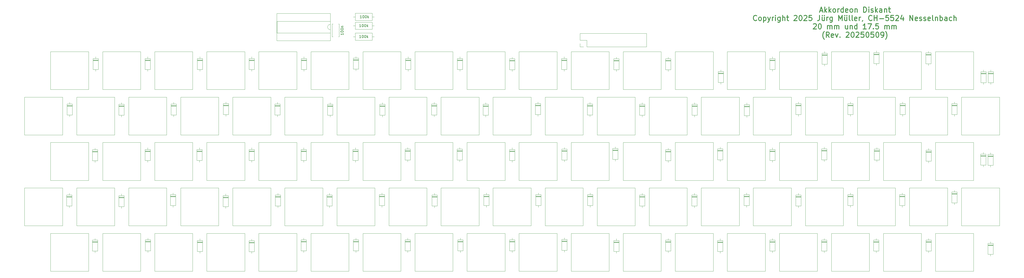
<source format=gbr>
%TF.GenerationSoftware,KiCad,Pcbnew,6.0.11+dfsg-1*%
%TF.CreationDate,2025-05-09T07:28:30+02:00*%
%TF.ProjectId,AkkordeonDiskant,416b6b6f-7264-4656-9f6e-4469736b616e,rev?*%
%TF.SameCoordinates,Original*%
%TF.FileFunction,Legend,Top*%
%TF.FilePolarity,Positive*%
%FSLAX46Y46*%
G04 Gerber Fmt 4.6, Leading zero omitted, Abs format (unit mm)*
G04 Created by KiCad (PCBNEW 6.0.11+dfsg-1) date 2025-05-09 07:28:30*
%MOMM*%
%LPD*%
G01*
G04 APERTURE LIST*
%ADD10C,0.300000*%
%ADD11C,0.150000*%
%ADD12C,0.120000*%
G04 APERTURE END LIST*
D10*
X328328428Y-126948333D02*
X329280809Y-126948333D01*
X328137952Y-127519761D02*
X328804619Y-125519761D01*
X329471285Y-127519761D01*
X330137952Y-127519761D02*
X330137952Y-125519761D01*
X330328428Y-126757857D02*
X330899857Y-127519761D01*
X330899857Y-126186428D02*
X330137952Y-126948333D01*
X331757000Y-127519761D02*
X331757000Y-125519761D01*
X331947476Y-126757857D02*
X332518904Y-127519761D01*
X332518904Y-126186428D02*
X331757000Y-126948333D01*
X333661761Y-127519761D02*
X333471285Y-127424523D01*
X333376047Y-127329285D01*
X333280809Y-127138809D01*
X333280809Y-126567380D01*
X333376047Y-126376904D01*
X333471285Y-126281666D01*
X333661761Y-126186428D01*
X333947476Y-126186428D01*
X334137952Y-126281666D01*
X334233190Y-126376904D01*
X334328428Y-126567380D01*
X334328428Y-127138809D01*
X334233190Y-127329285D01*
X334137952Y-127424523D01*
X333947476Y-127519761D01*
X333661761Y-127519761D01*
X335185571Y-127519761D02*
X335185571Y-126186428D01*
X335185571Y-126567380D02*
X335280809Y-126376904D01*
X335376047Y-126281666D01*
X335566523Y-126186428D01*
X335757000Y-126186428D01*
X337280809Y-127519761D02*
X337280809Y-125519761D01*
X337280809Y-127424523D02*
X337090333Y-127519761D01*
X336709380Y-127519761D01*
X336518904Y-127424523D01*
X336423666Y-127329285D01*
X336328428Y-127138809D01*
X336328428Y-126567380D01*
X336423666Y-126376904D01*
X336518904Y-126281666D01*
X336709380Y-126186428D01*
X337090333Y-126186428D01*
X337280809Y-126281666D01*
X338995095Y-127424523D02*
X338804619Y-127519761D01*
X338423666Y-127519761D01*
X338233190Y-127424523D01*
X338137952Y-127234047D01*
X338137952Y-126472142D01*
X338233190Y-126281666D01*
X338423666Y-126186428D01*
X338804619Y-126186428D01*
X338995095Y-126281666D01*
X339090333Y-126472142D01*
X339090333Y-126662619D01*
X338137952Y-126853095D01*
X340233190Y-127519761D02*
X340042714Y-127424523D01*
X339947476Y-127329285D01*
X339852238Y-127138809D01*
X339852238Y-126567380D01*
X339947476Y-126376904D01*
X340042714Y-126281666D01*
X340233190Y-126186428D01*
X340518904Y-126186428D01*
X340709380Y-126281666D01*
X340804619Y-126376904D01*
X340899857Y-126567380D01*
X340899857Y-127138809D01*
X340804619Y-127329285D01*
X340709380Y-127424523D01*
X340518904Y-127519761D01*
X340233190Y-127519761D01*
X341757000Y-126186428D02*
X341757000Y-127519761D01*
X341757000Y-126376904D02*
X341852238Y-126281666D01*
X342042714Y-126186428D01*
X342328428Y-126186428D01*
X342518904Y-126281666D01*
X342614142Y-126472142D01*
X342614142Y-127519761D01*
X345090333Y-127519761D02*
X345090333Y-125519761D01*
X345566523Y-125519761D01*
X345852238Y-125615000D01*
X346042714Y-125805476D01*
X346137952Y-125995952D01*
X346233190Y-126376904D01*
X346233190Y-126662619D01*
X346137952Y-127043571D01*
X346042714Y-127234047D01*
X345852238Y-127424523D01*
X345566523Y-127519761D01*
X345090333Y-127519761D01*
X347090333Y-127519761D02*
X347090333Y-126186428D01*
X347090333Y-125519761D02*
X346995095Y-125615000D01*
X347090333Y-125710238D01*
X347185571Y-125615000D01*
X347090333Y-125519761D01*
X347090333Y-125710238D01*
X347947476Y-127424523D02*
X348137952Y-127519761D01*
X348518904Y-127519761D01*
X348709380Y-127424523D01*
X348804619Y-127234047D01*
X348804619Y-127138809D01*
X348709380Y-126948333D01*
X348518904Y-126853095D01*
X348233190Y-126853095D01*
X348042714Y-126757857D01*
X347947476Y-126567380D01*
X347947476Y-126472142D01*
X348042714Y-126281666D01*
X348233190Y-126186428D01*
X348518904Y-126186428D01*
X348709380Y-126281666D01*
X349661761Y-127519761D02*
X349661761Y-125519761D01*
X349852238Y-126757857D02*
X350423666Y-127519761D01*
X350423666Y-126186428D02*
X349661761Y-126948333D01*
X352137952Y-127519761D02*
X352137952Y-126472142D01*
X352042714Y-126281666D01*
X351852238Y-126186428D01*
X351471285Y-126186428D01*
X351280809Y-126281666D01*
X352137952Y-127424523D02*
X351947476Y-127519761D01*
X351471285Y-127519761D01*
X351280809Y-127424523D01*
X351185571Y-127234047D01*
X351185571Y-127043571D01*
X351280809Y-126853095D01*
X351471285Y-126757857D01*
X351947476Y-126757857D01*
X352137952Y-126662619D01*
X353090333Y-126186428D02*
X353090333Y-127519761D01*
X353090333Y-126376904D02*
X353185571Y-126281666D01*
X353376047Y-126186428D01*
X353661761Y-126186428D01*
X353852238Y-126281666D01*
X353947476Y-126472142D01*
X353947476Y-127519761D01*
X354614142Y-126186428D02*
X355376047Y-126186428D01*
X354899857Y-125519761D02*
X354899857Y-127234047D01*
X354995095Y-127424523D01*
X355185571Y-127519761D01*
X355376047Y-127519761D01*
X303995095Y-130549285D02*
X303899857Y-130644523D01*
X303614142Y-130739761D01*
X303423666Y-130739761D01*
X303137952Y-130644523D01*
X302947476Y-130454047D01*
X302852238Y-130263571D01*
X302757000Y-129882619D01*
X302757000Y-129596904D01*
X302852238Y-129215952D01*
X302947476Y-129025476D01*
X303137952Y-128835000D01*
X303423666Y-128739761D01*
X303614142Y-128739761D01*
X303899857Y-128835000D01*
X303995095Y-128930238D01*
X305137952Y-130739761D02*
X304947476Y-130644523D01*
X304852238Y-130549285D01*
X304757000Y-130358809D01*
X304757000Y-129787380D01*
X304852238Y-129596904D01*
X304947476Y-129501666D01*
X305137952Y-129406428D01*
X305423666Y-129406428D01*
X305614142Y-129501666D01*
X305709380Y-129596904D01*
X305804619Y-129787380D01*
X305804619Y-130358809D01*
X305709380Y-130549285D01*
X305614142Y-130644523D01*
X305423666Y-130739761D01*
X305137952Y-130739761D01*
X306661761Y-129406428D02*
X306661761Y-131406428D01*
X306661761Y-129501666D02*
X306852238Y-129406428D01*
X307233190Y-129406428D01*
X307423666Y-129501666D01*
X307518904Y-129596904D01*
X307614142Y-129787380D01*
X307614142Y-130358809D01*
X307518904Y-130549285D01*
X307423666Y-130644523D01*
X307233190Y-130739761D01*
X306852238Y-130739761D01*
X306661761Y-130644523D01*
X308280809Y-129406428D02*
X308757000Y-130739761D01*
X309233190Y-129406428D02*
X308757000Y-130739761D01*
X308566523Y-131215952D01*
X308471285Y-131311190D01*
X308280809Y-131406428D01*
X309995095Y-130739761D02*
X309995095Y-129406428D01*
X309995095Y-129787380D02*
X310090333Y-129596904D01*
X310185571Y-129501666D01*
X310376047Y-129406428D01*
X310566523Y-129406428D01*
X311233190Y-130739761D02*
X311233190Y-129406428D01*
X311233190Y-128739761D02*
X311137952Y-128835000D01*
X311233190Y-128930238D01*
X311328428Y-128835000D01*
X311233190Y-128739761D01*
X311233190Y-128930238D01*
X313042714Y-129406428D02*
X313042714Y-131025476D01*
X312947476Y-131215952D01*
X312852238Y-131311190D01*
X312661761Y-131406428D01*
X312376047Y-131406428D01*
X312185571Y-131311190D01*
X313042714Y-130644523D02*
X312852238Y-130739761D01*
X312471285Y-130739761D01*
X312280809Y-130644523D01*
X312185571Y-130549285D01*
X312090333Y-130358809D01*
X312090333Y-129787380D01*
X312185571Y-129596904D01*
X312280809Y-129501666D01*
X312471285Y-129406428D01*
X312852238Y-129406428D01*
X313042714Y-129501666D01*
X313995095Y-130739761D02*
X313995095Y-128739761D01*
X314852238Y-130739761D02*
X314852238Y-129692142D01*
X314757000Y-129501666D01*
X314566523Y-129406428D01*
X314280809Y-129406428D01*
X314090333Y-129501666D01*
X313995095Y-129596904D01*
X315518904Y-129406428D02*
X316280809Y-129406428D01*
X315804619Y-128739761D02*
X315804619Y-130454047D01*
X315899857Y-130644523D01*
X316090333Y-130739761D01*
X316280809Y-130739761D01*
X318376047Y-128930238D02*
X318471285Y-128835000D01*
X318661761Y-128739761D01*
X319137952Y-128739761D01*
X319328428Y-128835000D01*
X319423666Y-128930238D01*
X319518904Y-129120714D01*
X319518904Y-129311190D01*
X319423666Y-129596904D01*
X318280809Y-130739761D01*
X319518904Y-130739761D01*
X320757000Y-128739761D02*
X320947476Y-128739761D01*
X321137952Y-128835000D01*
X321233190Y-128930238D01*
X321328428Y-129120714D01*
X321423666Y-129501666D01*
X321423666Y-129977857D01*
X321328428Y-130358809D01*
X321233190Y-130549285D01*
X321137952Y-130644523D01*
X320947476Y-130739761D01*
X320757000Y-130739761D01*
X320566523Y-130644523D01*
X320471285Y-130549285D01*
X320376047Y-130358809D01*
X320280809Y-129977857D01*
X320280809Y-129501666D01*
X320376047Y-129120714D01*
X320471285Y-128930238D01*
X320566523Y-128835000D01*
X320757000Y-128739761D01*
X322185571Y-128930238D02*
X322280809Y-128835000D01*
X322471285Y-128739761D01*
X322947476Y-128739761D01*
X323137952Y-128835000D01*
X323233190Y-128930238D01*
X323328428Y-129120714D01*
X323328428Y-129311190D01*
X323233190Y-129596904D01*
X322090333Y-130739761D01*
X323328428Y-130739761D01*
X325137952Y-128739761D02*
X324185571Y-128739761D01*
X324090333Y-129692142D01*
X324185571Y-129596904D01*
X324376047Y-129501666D01*
X324852238Y-129501666D01*
X325042714Y-129596904D01*
X325137952Y-129692142D01*
X325233190Y-129882619D01*
X325233190Y-130358809D01*
X325137952Y-130549285D01*
X325042714Y-130644523D01*
X324852238Y-130739761D01*
X324376047Y-130739761D01*
X324185571Y-130644523D01*
X324090333Y-130549285D01*
X328185571Y-128739761D02*
X328185571Y-130168333D01*
X328090333Y-130454047D01*
X327899857Y-130644523D01*
X327614142Y-130739761D01*
X327423666Y-130739761D01*
X329995095Y-129406428D02*
X329995095Y-130739761D01*
X329137952Y-129406428D02*
X329137952Y-130454047D01*
X329233190Y-130644523D01*
X329423666Y-130739761D01*
X329709380Y-130739761D01*
X329899857Y-130644523D01*
X329995095Y-130549285D01*
X329233190Y-128739761D02*
X329328428Y-128835000D01*
X329233190Y-128930238D01*
X329137952Y-128835000D01*
X329233190Y-128739761D01*
X329233190Y-128930238D01*
X329995095Y-128739761D02*
X330090333Y-128835000D01*
X329995095Y-128930238D01*
X329899857Y-128835000D01*
X329995095Y-128739761D01*
X329995095Y-128930238D01*
X330947476Y-130739761D02*
X330947476Y-129406428D01*
X330947476Y-129787380D02*
X331042714Y-129596904D01*
X331137952Y-129501666D01*
X331328428Y-129406428D01*
X331518904Y-129406428D01*
X333042714Y-129406428D02*
X333042714Y-131025476D01*
X332947476Y-131215952D01*
X332852238Y-131311190D01*
X332661761Y-131406428D01*
X332376047Y-131406428D01*
X332185571Y-131311190D01*
X333042714Y-130644523D02*
X332852238Y-130739761D01*
X332471285Y-130739761D01*
X332280809Y-130644523D01*
X332185571Y-130549285D01*
X332090333Y-130358809D01*
X332090333Y-129787380D01*
X332185571Y-129596904D01*
X332280809Y-129501666D01*
X332471285Y-129406428D01*
X332852238Y-129406428D01*
X333042714Y-129501666D01*
X335518904Y-130739761D02*
X335518904Y-128739761D01*
X336185571Y-130168333D01*
X336852238Y-128739761D01*
X336852238Y-130739761D01*
X338661761Y-129406428D02*
X338661761Y-130739761D01*
X337804619Y-129406428D02*
X337804619Y-130454047D01*
X337899857Y-130644523D01*
X338090333Y-130739761D01*
X338376047Y-130739761D01*
X338566523Y-130644523D01*
X338661761Y-130549285D01*
X337899857Y-128739761D02*
X337995095Y-128835000D01*
X337899857Y-128930238D01*
X337804619Y-128835000D01*
X337899857Y-128739761D01*
X337899857Y-128930238D01*
X338661761Y-128739761D02*
X338757000Y-128835000D01*
X338661761Y-128930238D01*
X338566523Y-128835000D01*
X338661761Y-128739761D01*
X338661761Y-128930238D01*
X339899857Y-130739761D02*
X339709380Y-130644523D01*
X339614142Y-130454047D01*
X339614142Y-128739761D01*
X340947476Y-130739761D02*
X340757000Y-130644523D01*
X340661761Y-130454047D01*
X340661761Y-128739761D01*
X342471285Y-130644523D02*
X342280809Y-130739761D01*
X341899857Y-130739761D01*
X341709380Y-130644523D01*
X341614142Y-130454047D01*
X341614142Y-129692142D01*
X341709380Y-129501666D01*
X341899857Y-129406428D01*
X342280809Y-129406428D01*
X342471285Y-129501666D01*
X342566523Y-129692142D01*
X342566523Y-129882619D01*
X341614142Y-130073095D01*
X343423666Y-130739761D02*
X343423666Y-129406428D01*
X343423666Y-129787380D02*
X343518904Y-129596904D01*
X343614142Y-129501666D01*
X343804619Y-129406428D01*
X343995095Y-129406428D01*
X344757000Y-130644523D02*
X344757000Y-130739761D01*
X344661761Y-130930238D01*
X344566523Y-131025476D01*
X348280809Y-130549285D02*
X348185571Y-130644523D01*
X347899857Y-130739761D01*
X347709380Y-130739761D01*
X347423666Y-130644523D01*
X347233190Y-130454047D01*
X347137952Y-130263571D01*
X347042714Y-129882619D01*
X347042714Y-129596904D01*
X347137952Y-129215952D01*
X347233190Y-129025476D01*
X347423666Y-128835000D01*
X347709380Y-128739761D01*
X347899857Y-128739761D01*
X348185571Y-128835000D01*
X348280809Y-128930238D01*
X349137952Y-130739761D02*
X349137952Y-128739761D01*
X349137952Y-129692142D02*
X350280809Y-129692142D01*
X350280809Y-130739761D02*
X350280809Y-128739761D01*
X351233190Y-129977857D02*
X352757000Y-129977857D01*
X354661761Y-128739761D02*
X353709380Y-128739761D01*
X353614142Y-129692142D01*
X353709380Y-129596904D01*
X353899857Y-129501666D01*
X354376047Y-129501666D01*
X354566523Y-129596904D01*
X354661761Y-129692142D01*
X354757000Y-129882619D01*
X354757000Y-130358809D01*
X354661761Y-130549285D01*
X354566523Y-130644523D01*
X354376047Y-130739761D01*
X353899857Y-130739761D01*
X353709380Y-130644523D01*
X353614142Y-130549285D01*
X356566523Y-128739761D02*
X355614142Y-128739761D01*
X355518904Y-129692142D01*
X355614142Y-129596904D01*
X355804619Y-129501666D01*
X356280809Y-129501666D01*
X356471285Y-129596904D01*
X356566523Y-129692142D01*
X356661761Y-129882619D01*
X356661761Y-130358809D01*
X356566523Y-130549285D01*
X356471285Y-130644523D01*
X356280809Y-130739761D01*
X355804619Y-130739761D01*
X355614142Y-130644523D01*
X355518904Y-130549285D01*
X357423666Y-128930238D02*
X357518904Y-128835000D01*
X357709380Y-128739761D01*
X358185571Y-128739761D01*
X358376047Y-128835000D01*
X358471285Y-128930238D01*
X358566523Y-129120714D01*
X358566523Y-129311190D01*
X358471285Y-129596904D01*
X357328428Y-130739761D01*
X358566523Y-130739761D01*
X360280809Y-129406428D02*
X360280809Y-130739761D01*
X359804619Y-128644523D02*
X359328428Y-130073095D01*
X360566523Y-130073095D01*
X362852238Y-130739761D02*
X362852238Y-128739761D01*
X363995095Y-130739761D01*
X363995095Y-128739761D01*
X365709380Y-130644523D02*
X365518904Y-130739761D01*
X365137952Y-130739761D01*
X364947476Y-130644523D01*
X364852238Y-130454047D01*
X364852238Y-129692142D01*
X364947476Y-129501666D01*
X365137952Y-129406428D01*
X365518904Y-129406428D01*
X365709380Y-129501666D01*
X365804619Y-129692142D01*
X365804619Y-129882619D01*
X364852238Y-130073095D01*
X366566523Y-130644523D02*
X366757000Y-130739761D01*
X367137952Y-130739761D01*
X367328428Y-130644523D01*
X367423666Y-130454047D01*
X367423666Y-130358809D01*
X367328428Y-130168333D01*
X367137952Y-130073095D01*
X366852238Y-130073095D01*
X366661761Y-129977857D01*
X366566523Y-129787380D01*
X366566523Y-129692142D01*
X366661761Y-129501666D01*
X366852238Y-129406428D01*
X367137952Y-129406428D01*
X367328428Y-129501666D01*
X368185571Y-130644523D02*
X368376047Y-130739761D01*
X368757000Y-130739761D01*
X368947476Y-130644523D01*
X369042714Y-130454047D01*
X369042714Y-130358809D01*
X368947476Y-130168333D01*
X368757000Y-130073095D01*
X368471285Y-130073095D01*
X368280809Y-129977857D01*
X368185571Y-129787380D01*
X368185571Y-129692142D01*
X368280809Y-129501666D01*
X368471285Y-129406428D01*
X368757000Y-129406428D01*
X368947476Y-129501666D01*
X370661761Y-130644523D02*
X370471285Y-130739761D01*
X370090333Y-130739761D01*
X369899857Y-130644523D01*
X369804619Y-130454047D01*
X369804619Y-129692142D01*
X369899857Y-129501666D01*
X370090333Y-129406428D01*
X370471285Y-129406428D01*
X370661761Y-129501666D01*
X370757000Y-129692142D01*
X370757000Y-129882619D01*
X369804619Y-130073095D01*
X371899857Y-130739761D02*
X371709380Y-130644523D01*
X371614142Y-130454047D01*
X371614142Y-128739761D01*
X372661761Y-129406428D02*
X372661761Y-130739761D01*
X372661761Y-129596904D02*
X372757000Y-129501666D01*
X372947476Y-129406428D01*
X373233190Y-129406428D01*
X373423666Y-129501666D01*
X373518904Y-129692142D01*
X373518904Y-130739761D01*
X374471285Y-130739761D02*
X374471285Y-128739761D01*
X374471285Y-129501666D02*
X374661761Y-129406428D01*
X375042714Y-129406428D01*
X375233190Y-129501666D01*
X375328428Y-129596904D01*
X375423666Y-129787380D01*
X375423666Y-130358809D01*
X375328428Y-130549285D01*
X375233190Y-130644523D01*
X375042714Y-130739761D01*
X374661761Y-130739761D01*
X374471285Y-130644523D01*
X377137952Y-130739761D02*
X377137952Y-129692142D01*
X377042714Y-129501666D01*
X376852238Y-129406428D01*
X376471285Y-129406428D01*
X376280809Y-129501666D01*
X377137952Y-130644523D02*
X376947476Y-130739761D01*
X376471285Y-130739761D01*
X376280809Y-130644523D01*
X376185571Y-130454047D01*
X376185571Y-130263571D01*
X376280809Y-130073095D01*
X376471285Y-129977857D01*
X376947476Y-129977857D01*
X377137952Y-129882619D01*
X378947476Y-130644523D02*
X378757000Y-130739761D01*
X378376047Y-130739761D01*
X378185571Y-130644523D01*
X378090333Y-130549285D01*
X377995095Y-130358809D01*
X377995095Y-129787380D01*
X378090333Y-129596904D01*
X378185571Y-129501666D01*
X378376047Y-129406428D01*
X378757000Y-129406428D01*
X378947476Y-129501666D01*
X379804619Y-130739761D02*
X379804619Y-128739761D01*
X380661761Y-130739761D02*
X380661761Y-129692142D01*
X380566523Y-129501666D01*
X380376047Y-129406428D01*
X380090333Y-129406428D01*
X379899857Y-129501666D01*
X379804619Y-129596904D01*
X325804619Y-132150238D02*
X325899857Y-132055000D01*
X326090333Y-131959761D01*
X326566523Y-131959761D01*
X326757000Y-132055000D01*
X326852238Y-132150238D01*
X326947476Y-132340714D01*
X326947476Y-132531190D01*
X326852238Y-132816904D01*
X325709380Y-133959761D01*
X326947476Y-133959761D01*
X328185571Y-131959761D02*
X328376047Y-131959761D01*
X328566523Y-132055000D01*
X328661761Y-132150238D01*
X328757000Y-132340714D01*
X328852238Y-132721666D01*
X328852238Y-133197857D01*
X328757000Y-133578809D01*
X328661761Y-133769285D01*
X328566523Y-133864523D01*
X328376047Y-133959761D01*
X328185571Y-133959761D01*
X327995095Y-133864523D01*
X327899857Y-133769285D01*
X327804619Y-133578809D01*
X327709380Y-133197857D01*
X327709380Y-132721666D01*
X327804619Y-132340714D01*
X327899857Y-132150238D01*
X327995095Y-132055000D01*
X328185571Y-131959761D01*
X331233190Y-133959761D02*
X331233190Y-132626428D01*
X331233190Y-132816904D02*
X331328428Y-132721666D01*
X331518904Y-132626428D01*
X331804619Y-132626428D01*
X331995095Y-132721666D01*
X332090333Y-132912142D01*
X332090333Y-133959761D01*
X332090333Y-132912142D02*
X332185571Y-132721666D01*
X332376047Y-132626428D01*
X332661761Y-132626428D01*
X332852238Y-132721666D01*
X332947476Y-132912142D01*
X332947476Y-133959761D01*
X333899857Y-133959761D02*
X333899857Y-132626428D01*
X333899857Y-132816904D02*
X333995095Y-132721666D01*
X334185571Y-132626428D01*
X334471285Y-132626428D01*
X334661761Y-132721666D01*
X334757000Y-132912142D01*
X334757000Y-133959761D01*
X334757000Y-132912142D02*
X334852238Y-132721666D01*
X335042714Y-132626428D01*
X335328428Y-132626428D01*
X335518904Y-132721666D01*
X335614142Y-132912142D01*
X335614142Y-133959761D01*
X338947476Y-132626428D02*
X338947476Y-133959761D01*
X338090333Y-132626428D02*
X338090333Y-133674047D01*
X338185571Y-133864523D01*
X338376047Y-133959761D01*
X338661761Y-133959761D01*
X338852238Y-133864523D01*
X338947476Y-133769285D01*
X339899857Y-132626428D02*
X339899857Y-133959761D01*
X339899857Y-132816904D02*
X339995095Y-132721666D01*
X340185571Y-132626428D01*
X340471285Y-132626428D01*
X340661761Y-132721666D01*
X340757000Y-132912142D01*
X340757000Y-133959761D01*
X342566523Y-133959761D02*
X342566523Y-131959761D01*
X342566523Y-133864523D02*
X342376047Y-133959761D01*
X341995095Y-133959761D01*
X341804619Y-133864523D01*
X341709380Y-133769285D01*
X341614142Y-133578809D01*
X341614142Y-133007380D01*
X341709380Y-132816904D01*
X341804619Y-132721666D01*
X341995095Y-132626428D01*
X342376047Y-132626428D01*
X342566523Y-132721666D01*
X346090333Y-133959761D02*
X344947476Y-133959761D01*
X345518904Y-133959761D02*
X345518904Y-131959761D01*
X345328428Y-132245476D01*
X345137952Y-132435952D01*
X344947476Y-132531190D01*
X346757000Y-131959761D02*
X348090333Y-131959761D01*
X347233190Y-133959761D01*
X348852238Y-133769285D02*
X348947476Y-133864523D01*
X348852238Y-133959761D01*
X348757000Y-133864523D01*
X348852238Y-133769285D01*
X348852238Y-133959761D01*
X350757000Y-131959761D02*
X349804619Y-131959761D01*
X349709380Y-132912142D01*
X349804619Y-132816904D01*
X349995095Y-132721666D01*
X350471285Y-132721666D01*
X350661761Y-132816904D01*
X350757000Y-132912142D01*
X350852238Y-133102619D01*
X350852238Y-133578809D01*
X350757000Y-133769285D01*
X350661761Y-133864523D01*
X350471285Y-133959761D01*
X349995095Y-133959761D01*
X349804619Y-133864523D01*
X349709380Y-133769285D01*
X353233190Y-133959761D02*
X353233190Y-132626428D01*
X353233190Y-132816904D02*
X353328428Y-132721666D01*
X353518904Y-132626428D01*
X353804619Y-132626428D01*
X353995095Y-132721666D01*
X354090333Y-132912142D01*
X354090333Y-133959761D01*
X354090333Y-132912142D02*
X354185571Y-132721666D01*
X354376047Y-132626428D01*
X354661761Y-132626428D01*
X354852238Y-132721666D01*
X354947476Y-132912142D01*
X354947476Y-133959761D01*
X355899857Y-133959761D02*
X355899857Y-132626428D01*
X355899857Y-132816904D02*
X355995095Y-132721666D01*
X356185571Y-132626428D01*
X356471285Y-132626428D01*
X356661761Y-132721666D01*
X356757000Y-132912142D01*
X356757000Y-133959761D01*
X356757000Y-132912142D02*
X356852238Y-132721666D01*
X357042714Y-132626428D01*
X357328428Y-132626428D01*
X357518904Y-132721666D01*
X357614142Y-132912142D01*
X357614142Y-133959761D01*
X329995095Y-137941666D02*
X329899857Y-137846428D01*
X329709380Y-137560714D01*
X329614142Y-137370238D01*
X329518904Y-137084523D01*
X329423666Y-136608333D01*
X329423666Y-136227380D01*
X329518904Y-135751190D01*
X329614142Y-135465476D01*
X329709380Y-135275000D01*
X329899857Y-134989285D01*
X329995095Y-134894047D01*
X331899857Y-137179761D02*
X331233190Y-136227380D01*
X330757000Y-137179761D02*
X330757000Y-135179761D01*
X331518904Y-135179761D01*
X331709380Y-135275000D01*
X331804619Y-135370238D01*
X331899857Y-135560714D01*
X331899857Y-135846428D01*
X331804619Y-136036904D01*
X331709380Y-136132142D01*
X331518904Y-136227380D01*
X330757000Y-136227380D01*
X333518904Y-137084523D02*
X333328428Y-137179761D01*
X332947476Y-137179761D01*
X332757000Y-137084523D01*
X332661761Y-136894047D01*
X332661761Y-136132142D01*
X332757000Y-135941666D01*
X332947476Y-135846428D01*
X333328428Y-135846428D01*
X333518904Y-135941666D01*
X333614142Y-136132142D01*
X333614142Y-136322619D01*
X332661761Y-136513095D01*
X334280809Y-135846428D02*
X334757000Y-137179761D01*
X335233190Y-135846428D01*
X335995095Y-136989285D02*
X336090333Y-137084523D01*
X335995095Y-137179761D01*
X335899857Y-137084523D01*
X335995095Y-136989285D01*
X335995095Y-137179761D01*
X338376047Y-135370238D02*
X338471285Y-135275000D01*
X338661761Y-135179761D01*
X339137952Y-135179761D01*
X339328428Y-135275000D01*
X339423666Y-135370238D01*
X339518904Y-135560714D01*
X339518904Y-135751190D01*
X339423666Y-136036904D01*
X338280809Y-137179761D01*
X339518904Y-137179761D01*
X340757000Y-135179761D02*
X340947476Y-135179761D01*
X341137952Y-135275000D01*
X341233190Y-135370238D01*
X341328428Y-135560714D01*
X341423666Y-135941666D01*
X341423666Y-136417857D01*
X341328428Y-136798809D01*
X341233190Y-136989285D01*
X341137952Y-137084523D01*
X340947476Y-137179761D01*
X340757000Y-137179761D01*
X340566523Y-137084523D01*
X340471285Y-136989285D01*
X340376047Y-136798809D01*
X340280809Y-136417857D01*
X340280809Y-135941666D01*
X340376047Y-135560714D01*
X340471285Y-135370238D01*
X340566523Y-135275000D01*
X340757000Y-135179761D01*
X342185571Y-135370238D02*
X342280809Y-135275000D01*
X342471285Y-135179761D01*
X342947476Y-135179761D01*
X343137952Y-135275000D01*
X343233190Y-135370238D01*
X343328428Y-135560714D01*
X343328428Y-135751190D01*
X343233190Y-136036904D01*
X342090333Y-137179761D01*
X343328428Y-137179761D01*
X345137952Y-135179761D02*
X344185571Y-135179761D01*
X344090333Y-136132142D01*
X344185571Y-136036904D01*
X344376047Y-135941666D01*
X344852238Y-135941666D01*
X345042714Y-136036904D01*
X345137952Y-136132142D01*
X345233190Y-136322619D01*
X345233190Y-136798809D01*
X345137952Y-136989285D01*
X345042714Y-137084523D01*
X344852238Y-137179761D01*
X344376047Y-137179761D01*
X344185571Y-137084523D01*
X344090333Y-136989285D01*
X346471285Y-135179761D02*
X346661761Y-135179761D01*
X346852238Y-135275000D01*
X346947476Y-135370238D01*
X347042714Y-135560714D01*
X347137952Y-135941666D01*
X347137952Y-136417857D01*
X347042714Y-136798809D01*
X346947476Y-136989285D01*
X346852238Y-137084523D01*
X346661761Y-137179761D01*
X346471285Y-137179761D01*
X346280809Y-137084523D01*
X346185571Y-136989285D01*
X346090333Y-136798809D01*
X345995095Y-136417857D01*
X345995095Y-135941666D01*
X346090333Y-135560714D01*
X346185571Y-135370238D01*
X346280809Y-135275000D01*
X346471285Y-135179761D01*
X348947476Y-135179761D02*
X347995095Y-135179761D01*
X347899857Y-136132142D01*
X347995095Y-136036904D01*
X348185571Y-135941666D01*
X348661761Y-135941666D01*
X348852238Y-136036904D01*
X348947476Y-136132142D01*
X349042714Y-136322619D01*
X349042714Y-136798809D01*
X348947476Y-136989285D01*
X348852238Y-137084523D01*
X348661761Y-137179761D01*
X348185571Y-137179761D01*
X347995095Y-137084523D01*
X347899857Y-136989285D01*
X350280809Y-135179761D02*
X350471285Y-135179761D01*
X350661761Y-135275000D01*
X350757000Y-135370238D01*
X350852238Y-135560714D01*
X350947476Y-135941666D01*
X350947476Y-136417857D01*
X350852238Y-136798809D01*
X350757000Y-136989285D01*
X350661761Y-137084523D01*
X350471285Y-137179761D01*
X350280809Y-137179761D01*
X350090333Y-137084523D01*
X349995095Y-136989285D01*
X349899857Y-136798809D01*
X349804619Y-136417857D01*
X349804619Y-135941666D01*
X349899857Y-135560714D01*
X349995095Y-135370238D01*
X350090333Y-135275000D01*
X350280809Y-135179761D01*
X351899857Y-137179761D02*
X352280809Y-137179761D01*
X352471285Y-137084523D01*
X352566523Y-136989285D01*
X352757000Y-136703571D01*
X352852238Y-136322619D01*
X352852238Y-135560714D01*
X352757000Y-135370238D01*
X352661761Y-135275000D01*
X352471285Y-135179761D01*
X352090333Y-135179761D01*
X351899857Y-135275000D01*
X351804619Y-135370238D01*
X351709380Y-135560714D01*
X351709380Y-136036904D01*
X351804619Y-136227380D01*
X351899857Y-136322619D01*
X352090333Y-136417857D01*
X352471285Y-136417857D01*
X352661761Y-136322619D01*
X352757000Y-136227380D01*
X352852238Y-136036904D01*
X353518904Y-137941666D02*
X353614142Y-137846428D01*
X353804619Y-137560714D01*
X353899857Y-137370238D01*
X353995095Y-137084523D01*
X354090333Y-136608333D01*
X354090333Y-136227380D01*
X353995095Y-135751190D01*
X353899857Y-135465476D01*
X353804619Y-135275000D01*
X353614142Y-134989285D01*
X353518904Y-134894047D01*
D11*
%TO.C,R3*%
X151963571Y-137358380D02*
X151392142Y-137358380D01*
X151677857Y-137358380D02*
X151677857Y-136358380D01*
X151582619Y-136501238D01*
X151487380Y-136596476D01*
X151392142Y-136644095D01*
X152582619Y-136358380D02*
X152677857Y-136358380D01*
X152773095Y-136406000D01*
X152820714Y-136453619D01*
X152868333Y-136548857D01*
X152915952Y-136739333D01*
X152915952Y-136977428D01*
X152868333Y-137167904D01*
X152820714Y-137263142D01*
X152773095Y-137310761D01*
X152677857Y-137358380D01*
X152582619Y-137358380D01*
X152487380Y-137310761D01*
X152439761Y-137263142D01*
X152392142Y-137167904D01*
X152344523Y-136977428D01*
X152344523Y-136739333D01*
X152392142Y-136548857D01*
X152439761Y-136453619D01*
X152487380Y-136406000D01*
X152582619Y-136358380D01*
X153535000Y-136358380D02*
X153630238Y-136358380D01*
X153725476Y-136406000D01*
X153773095Y-136453619D01*
X153820714Y-136548857D01*
X153868333Y-136739333D01*
X153868333Y-136977428D01*
X153820714Y-137167904D01*
X153773095Y-137263142D01*
X153725476Y-137310761D01*
X153630238Y-137358380D01*
X153535000Y-137358380D01*
X153439761Y-137310761D01*
X153392142Y-137263142D01*
X153344523Y-137167904D01*
X153296904Y-136977428D01*
X153296904Y-136739333D01*
X153344523Y-136548857D01*
X153392142Y-136453619D01*
X153439761Y-136406000D01*
X153535000Y-136358380D01*
X154296904Y-137358380D02*
X154296904Y-136358380D01*
X154392142Y-136977428D02*
X154677857Y-137358380D01*
X154677857Y-136691714D02*
X154296904Y-137072666D01*
%TO.C,R1*%
X152217571Y-129738380D02*
X151646142Y-129738380D01*
X151931857Y-129738380D02*
X151931857Y-128738380D01*
X151836619Y-128881238D01*
X151741380Y-128976476D01*
X151646142Y-129024095D01*
X152836619Y-128738380D02*
X152931857Y-128738380D01*
X153027095Y-128786000D01*
X153074714Y-128833619D01*
X153122333Y-128928857D01*
X153169952Y-129119333D01*
X153169952Y-129357428D01*
X153122333Y-129547904D01*
X153074714Y-129643142D01*
X153027095Y-129690761D01*
X152931857Y-129738380D01*
X152836619Y-129738380D01*
X152741380Y-129690761D01*
X152693761Y-129643142D01*
X152646142Y-129547904D01*
X152598523Y-129357428D01*
X152598523Y-129119333D01*
X152646142Y-128928857D01*
X152693761Y-128833619D01*
X152741380Y-128786000D01*
X152836619Y-128738380D01*
X153789000Y-128738380D02*
X153884238Y-128738380D01*
X153979476Y-128786000D01*
X154027095Y-128833619D01*
X154074714Y-128928857D01*
X154122333Y-129119333D01*
X154122333Y-129357428D01*
X154074714Y-129547904D01*
X154027095Y-129643142D01*
X153979476Y-129690761D01*
X153884238Y-129738380D01*
X153789000Y-129738380D01*
X153693761Y-129690761D01*
X153646142Y-129643142D01*
X153598523Y-129547904D01*
X153550904Y-129357428D01*
X153550904Y-129119333D01*
X153598523Y-128928857D01*
X153646142Y-128833619D01*
X153693761Y-128786000D01*
X153789000Y-128738380D01*
X154550904Y-129738380D02*
X154550904Y-128738380D01*
X154646142Y-129357428D02*
X154931857Y-129738380D01*
X154931857Y-129071714D02*
X154550904Y-129452666D01*
%TO.C,C1*%
X145192380Y-135612047D02*
X145192380Y-136183476D01*
X145192380Y-135897761D02*
X144192380Y-135897761D01*
X144335238Y-135993000D01*
X144430476Y-136088238D01*
X144478095Y-136183476D01*
X144192380Y-134993000D02*
X144192380Y-134897761D01*
X144240000Y-134802523D01*
X144287619Y-134754904D01*
X144382857Y-134707285D01*
X144573333Y-134659666D01*
X144811428Y-134659666D01*
X145001904Y-134707285D01*
X145097142Y-134754904D01*
X145144761Y-134802523D01*
X145192380Y-134897761D01*
X145192380Y-134993000D01*
X145144761Y-135088238D01*
X145097142Y-135135857D01*
X145001904Y-135183476D01*
X144811428Y-135231095D01*
X144573333Y-135231095D01*
X144382857Y-135183476D01*
X144287619Y-135135857D01*
X144240000Y-135088238D01*
X144192380Y-134993000D01*
X144192380Y-134040619D02*
X144192380Y-133945380D01*
X144240000Y-133850142D01*
X144287619Y-133802523D01*
X144382857Y-133754904D01*
X144573333Y-133707285D01*
X144811428Y-133707285D01*
X145001904Y-133754904D01*
X145097142Y-133802523D01*
X145144761Y-133850142D01*
X145192380Y-133945380D01*
X145192380Y-134040619D01*
X145144761Y-134135857D01*
X145097142Y-134183476D01*
X145001904Y-134231095D01*
X144811428Y-134278714D01*
X144573333Y-134278714D01*
X144382857Y-134231095D01*
X144287619Y-134183476D01*
X144240000Y-134135857D01*
X144192380Y-134040619D01*
X144525714Y-133278714D02*
X145192380Y-133278714D01*
X144620952Y-133278714D02*
X144573333Y-133231095D01*
X144525714Y-133135857D01*
X144525714Y-132993000D01*
X144573333Y-132897761D01*
X144668571Y-132850142D01*
X145192380Y-132850142D01*
%TO.C,R2*%
X151963571Y-133167380D02*
X151392142Y-133167380D01*
X151677857Y-133167380D02*
X151677857Y-132167380D01*
X151582619Y-132310238D01*
X151487380Y-132405476D01*
X151392142Y-132453095D01*
X152582619Y-132167380D02*
X152677857Y-132167380D01*
X152773095Y-132215000D01*
X152820714Y-132262619D01*
X152868333Y-132357857D01*
X152915952Y-132548333D01*
X152915952Y-132786428D01*
X152868333Y-132976904D01*
X152820714Y-133072142D01*
X152773095Y-133119761D01*
X152677857Y-133167380D01*
X152582619Y-133167380D01*
X152487380Y-133119761D01*
X152439761Y-133072142D01*
X152392142Y-132976904D01*
X152344523Y-132786428D01*
X152344523Y-132548333D01*
X152392142Y-132357857D01*
X152439761Y-132262619D01*
X152487380Y-132215000D01*
X152582619Y-132167380D01*
X153535000Y-132167380D02*
X153630238Y-132167380D01*
X153725476Y-132215000D01*
X153773095Y-132262619D01*
X153820714Y-132357857D01*
X153868333Y-132548333D01*
X153868333Y-132786428D01*
X153820714Y-132976904D01*
X153773095Y-133072142D01*
X153725476Y-133119761D01*
X153630238Y-133167380D01*
X153535000Y-133167380D01*
X153439761Y-133119761D01*
X153392142Y-133072142D01*
X153344523Y-132976904D01*
X153296904Y-132786428D01*
X153296904Y-132548333D01*
X153344523Y-132357857D01*
X153392142Y-132262619D01*
X153439761Y-132215000D01*
X153535000Y-132167380D01*
X154296904Y-133167380D02*
X154296904Y-132167380D01*
X154392142Y-132786428D02*
X154677857Y-133167380D01*
X154677857Y-132500714D02*
X154296904Y-132881666D01*
D12*
%TO.C,D76*%
X271002000Y-146274000D02*
X269002000Y-146274000D01*
X270002000Y-150324000D02*
X270002000Y-149674000D01*
X271002000Y-146154000D02*
X269002000Y-146154000D01*
X269002000Y-149674000D02*
X271002000Y-149674000D01*
X271002000Y-149674000D02*
X271002000Y-145434000D01*
X269002000Y-145434000D02*
X269002000Y-149674000D01*
X271002000Y-146034000D02*
X269002000Y-146034000D01*
X271002000Y-145434000D02*
X269002000Y-145434000D01*
X270002000Y-144784000D02*
X270002000Y-145434000D01*
%TO.C,D39*%
X170053000Y-144657000D02*
X170053000Y-145307000D01*
X171053000Y-149547000D02*
X171053000Y-145307000D01*
X169053000Y-149547000D02*
X171053000Y-149547000D01*
X169053000Y-145307000D02*
X169053000Y-149547000D01*
X170053000Y-150197000D02*
X170053000Y-149547000D01*
X171053000Y-146147000D02*
X169053000Y-146147000D01*
X171053000Y-145907000D02*
X169053000Y-145907000D01*
X171053000Y-145307000D02*
X169053000Y-145307000D01*
X171053000Y-146027000D02*
X169053000Y-146027000D01*
%TO.C,D47*%
X329946000Y-220174000D02*
X329946000Y-219524000D01*
X330946000Y-216124000D02*
X328946000Y-216124000D01*
X328946000Y-219524000D02*
X330946000Y-219524000D01*
X330946000Y-216004000D02*
X328946000Y-216004000D01*
X329946000Y-214634000D02*
X329946000Y-215284000D01*
X330946000Y-215884000D02*
X328946000Y-215884000D01*
X330946000Y-215284000D02*
X328946000Y-215284000D01*
X328946000Y-215284000D02*
X328946000Y-219524000D01*
X330946000Y-219524000D02*
X330946000Y-215284000D01*
%TO.C,SW406*%
X122700000Y-160200000D02*
X137300000Y-160200000D01*
X137300000Y-160200000D02*
X137300000Y-174800000D01*
X137300000Y-174800000D02*
X122700000Y-174800000D01*
X122700000Y-174800000D02*
X122700000Y-160200000D01*
%TO.C,SW307*%
X167300000Y-177700000D02*
X167300000Y-192300000D01*
X152700000Y-177700000D02*
X167300000Y-177700000D01*
X167300000Y-192300000D02*
X152700000Y-192300000D01*
X152700000Y-192300000D02*
X152700000Y-177700000D01*
%TO.C,SW205*%
X117300000Y-195200000D02*
X117300000Y-209800000D01*
X102700000Y-209800000D02*
X102700000Y-195200000D01*
X102700000Y-195200000D02*
X117300000Y-195200000D01*
X117300000Y-209800000D02*
X102700000Y-209800000D01*
%TO.C,D73*%
X211058000Y-145434000D02*
X209058000Y-145434000D01*
X211058000Y-146274000D02*
X209058000Y-146274000D01*
X210058000Y-144784000D02*
X210058000Y-145434000D01*
X210058000Y-150324000D02*
X210058000Y-149674000D01*
X209058000Y-145434000D02*
X209058000Y-149674000D01*
X211058000Y-146154000D02*
X209058000Y-146154000D01*
X211058000Y-146034000D02*
X209058000Y-146034000D01*
X211058000Y-149674000D02*
X211058000Y-145434000D01*
X209058000Y-149674000D02*
X211058000Y-149674000D01*
%TO.C,D26*%
X59944000Y-162310000D02*
X59944000Y-162960000D01*
X58944000Y-167200000D02*
X60944000Y-167200000D01*
X59944000Y-167850000D02*
X59944000Y-167200000D01*
X60944000Y-163560000D02*
X58944000Y-163560000D01*
X60944000Y-162960000D02*
X58944000Y-162960000D01*
X60944000Y-167200000D02*
X60944000Y-162960000D01*
X60944000Y-163680000D02*
X58944000Y-163680000D01*
X60944000Y-163800000D02*
X58944000Y-163800000D01*
X58944000Y-162960000D02*
X58944000Y-167200000D01*
%TO.C,D79*%
X331073000Y-144115000D02*
X329073000Y-144115000D01*
X331073000Y-143275000D02*
X329073000Y-143275000D01*
X331073000Y-143875000D02*
X329073000Y-143875000D01*
X331073000Y-147515000D02*
X331073000Y-143275000D01*
X329073000Y-147515000D02*
X331073000Y-147515000D01*
X330073000Y-142625000D02*
X330073000Y-143275000D01*
X330073000Y-148165000D02*
X330073000Y-147515000D01*
X329073000Y-143275000D02*
X329073000Y-147515000D01*
X331073000Y-143995000D02*
X329073000Y-143995000D01*
%TO.C,D68*%
X258969000Y-162960000D02*
X258969000Y-167200000D01*
X260969000Y-163560000D02*
X258969000Y-163560000D01*
X259969000Y-167850000D02*
X259969000Y-167200000D01*
X260969000Y-163680000D02*
X258969000Y-163680000D01*
X260969000Y-162960000D02*
X258969000Y-162960000D01*
X260969000Y-167200000D02*
X260969000Y-162960000D01*
X259969000Y-162310000D02*
X259969000Y-162960000D01*
X260969000Y-163800000D02*
X258969000Y-163800000D01*
X258969000Y-167200000D02*
X260969000Y-167200000D01*
%TO.C,D82*%
X380984000Y-200982000D02*
X380984000Y-196742000D01*
X380984000Y-196742000D02*
X378984000Y-196742000D01*
X378984000Y-200982000D02*
X380984000Y-200982000D01*
X380984000Y-197582000D02*
X378984000Y-197582000D01*
X379984000Y-201632000D02*
X379984000Y-200982000D01*
X380984000Y-197462000D02*
X378984000Y-197462000D01*
X379984000Y-196092000D02*
X379984000Y-196742000D01*
X378984000Y-196742000D02*
X378984000Y-200982000D01*
X380984000Y-197342000D02*
X378984000Y-197342000D01*
%TO.C,D65*%
X200898000Y-163800000D02*
X198898000Y-163800000D01*
X200898000Y-163680000D02*
X198898000Y-163680000D01*
X200898000Y-163560000D02*
X198898000Y-163560000D01*
X200898000Y-162960000D02*
X198898000Y-162960000D01*
X200898000Y-167200000D02*
X200898000Y-162960000D01*
X198898000Y-167200000D02*
X200898000Y-167200000D01*
X199898000Y-167850000D02*
X199898000Y-167200000D01*
X199898000Y-162310000D02*
X199898000Y-162960000D01*
X198898000Y-162960000D02*
X198898000Y-167200000D01*
%TO.C,D53*%
X281035000Y-202125000D02*
X281035000Y-197885000D01*
X280035000Y-197235000D02*
X280035000Y-197885000D01*
X281035000Y-198485000D02*
X279035000Y-198485000D01*
X281035000Y-198605000D02*
X279035000Y-198605000D01*
X281035000Y-197885000D02*
X279035000Y-197885000D01*
X281035000Y-198725000D02*
X279035000Y-198725000D01*
X279035000Y-202125000D02*
X281035000Y-202125000D01*
X279035000Y-197885000D02*
X279035000Y-202125000D01*
X280035000Y-202775000D02*
X280035000Y-202125000D01*
%TO.C,SW211*%
X222700000Y-209800000D02*
X222700000Y-195200000D01*
X237300000Y-195200000D02*
X237300000Y-209800000D01*
X222700000Y-195200000D02*
X237300000Y-195200000D01*
X237300000Y-209800000D02*
X222700000Y-209800000D01*
%TO.C,D90*%
X390033000Y-182137000D02*
X390033000Y-186377000D01*
X392033000Y-182857000D02*
X390033000Y-182857000D01*
X392033000Y-182737000D02*
X390033000Y-182737000D01*
X392033000Y-182137000D02*
X390033000Y-182137000D01*
X392033000Y-186377000D02*
X392033000Y-182137000D01*
X391033000Y-181487000D02*
X391033000Y-182137000D01*
X390033000Y-186377000D02*
X392033000Y-186377000D01*
X391033000Y-187027000D02*
X391033000Y-186377000D01*
X392033000Y-182977000D02*
X390033000Y-182977000D01*
%TO.C,SW202*%
X42700000Y-195200000D02*
X57300000Y-195200000D01*
X57300000Y-195200000D02*
X57300000Y-209800000D01*
X42700000Y-209800000D02*
X42700000Y-195200000D01*
X57300000Y-209800000D02*
X42700000Y-209800000D01*
%TO.C,D81*%
X360918000Y-198478000D02*
X358918000Y-198478000D01*
X360918000Y-197758000D02*
X358918000Y-197758000D01*
X360918000Y-201998000D02*
X360918000Y-197758000D01*
X359918000Y-202648000D02*
X359918000Y-201998000D01*
X358918000Y-201998000D02*
X360918000Y-201998000D01*
X360918000Y-198358000D02*
X358918000Y-198358000D01*
X358918000Y-197758000D02*
X358918000Y-201998000D01*
X359918000Y-197108000D02*
X359918000Y-197758000D01*
X360918000Y-198598000D02*
X358918000Y-198598000D01*
%TO.C,D32*%
X181086000Y-163553000D02*
X179086000Y-163553000D01*
X179086000Y-167073000D02*
X181086000Y-167073000D01*
X180086000Y-167723000D02*
X180086000Y-167073000D01*
X181086000Y-162833000D02*
X179086000Y-162833000D01*
X180086000Y-162183000D02*
X180086000Y-162833000D01*
X181086000Y-163433000D02*
X179086000Y-163433000D01*
X181086000Y-163673000D02*
X179086000Y-163673000D01*
X179086000Y-162833000D02*
X179086000Y-167073000D01*
X181086000Y-167073000D02*
X181086000Y-162833000D01*
%TO.C,D69*%
X279162000Y-162960000D02*
X279162000Y-167200000D01*
X281162000Y-163560000D02*
X279162000Y-163560000D01*
X281162000Y-162960000D02*
X279162000Y-162960000D01*
X281162000Y-163800000D02*
X279162000Y-163800000D01*
X279162000Y-167200000D02*
X281162000Y-167200000D01*
X281162000Y-163680000D02*
X279162000Y-163680000D01*
X281162000Y-167200000D02*
X281162000Y-162960000D01*
X280162000Y-162310000D02*
X280162000Y-162960000D01*
X280162000Y-167850000D02*
X280162000Y-167200000D01*
%TO.C,SW302*%
X52700000Y-192300000D02*
X52700000Y-177700000D01*
X52700000Y-177700000D02*
X67300000Y-177700000D01*
X67300000Y-192300000D02*
X52700000Y-192300000D01*
X67300000Y-177700000D02*
X67300000Y-192300000D01*
%TO.C,SW108*%
X187300000Y-212700000D02*
X187300000Y-227300000D01*
X187300000Y-227300000D02*
X172700000Y-227300000D01*
X172700000Y-227300000D02*
X172700000Y-212700000D01*
X172700000Y-212700000D02*
X187300000Y-212700000D01*
%TO.C,D1*%
X49784000Y-220174000D02*
X49784000Y-219524000D01*
X50784000Y-215884000D02*
X48784000Y-215884000D01*
X50784000Y-215284000D02*
X48784000Y-215284000D01*
X50784000Y-216004000D02*
X48784000Y-216004000D01*
X49784000Y-214634000D02*
X49784000Y-215284000D01*
X50784000Y-216124000D02*
X48784000Y-216124000D01*
X48784000Y-215284000D02*
X48784000Y-219524000D01*
X50784000Y-219524000D02*
X50784000Y-215284000D01*
X48784000Y-219524000D02*
X50784000Y-219524000D01*
%TO.C,D62*%
X311007000Y-184599000D02*
X311007000Y-180359000D01*
X311007000Y-181079000D02*
X309007000Y-181079000D01*
X309007000Y-184599000D02*
X311007000Y-184599000D01*
X311007000Y-181199000D02*
X309007000Y-181199000D01*
X311007000Y-180359000D02*
X309007000Y-180359000D01*
X311007000Y-180959000D02*
X309007000Y-180959000D01*
X310007000Y-179709000D02*
X310007000Y-180359000D01*
X309007000Y-180359000D02*
X309007000Y-184599000D01*
X310007000Y-185249000D02*
X310007000Y-184599000D01*
%TO.C,SW405*%
X102700000Y-174800000D02*
X102700000Y-160200000D01*
X117300000Y-174800000D02*
X102700000Y-174800000D01*
X117300000Y-160200000D02*
X117300000Y-174800000D01*
X102700000Y-160200000D02*
X117300000Y-160200000D01*
%TO.C,D48*%
X349885000Y-214634000D02*
X349885000Y-215284000D01*
X348885000Y-215284000D02*
X348885000Y-219524000D01*
X349885000Y-220174000D02*
X349885000Y-219524000D01*
X350885000Y-216124000D02*
X348885000Y-216124000D01*
X350885000Y-219524000D02*
X350885000Y-215284000D01*
X350885000Y-215884000D02*
X348885000Y-215884000D01*
X348885000Y-219524000D02*
X350885000Y-219524000D01*
X350885000Y-215284000D02*
X348885000Y-215284000D01*
X350885000Y-216004000D02*
X348885000Y-216004000D01*
%TO.C,SW313*%
X272700000Y-177700000D02*
X287300000Y-177700000D01*
X287300000Y-177700000D02*
X287300000Y-192300000D01*
X272700000Y-192300000D02*
X272700000Y-177700000D01*
X287300000Y-192300000D02*
X272700000Y-192300000D01*
%TO.C,SW303*%
X87300000Y-177700000D02*
X87300000Y-192300000D01*
X72700000Y-192300000D02*
X72700000Y-177700000D01*
X72700000Y-177700000D02*
X87300000Y-177700000D01*
X87300000Y-192300000D02*
X72700000Y-192300000D01*
%TO.C,SW511*%
X247300000Y-142700000D02*
X247300000Y-157300000D01*
X232700000Y-157300000D02*
X232700000Y-142700000D01*
X232700000Y-142700000D02*
X247300000Y-142700000D01*
X247300000Y-157300000D02*
X232700000Y-157300000D01*
%TO.C,SW402*%
X57300000Y-160200000D02*
X57300000Y-174800000D01*
X42700000Y-160200000D02*
X57300000Y-160200000D01*
X57300000Y-174800000D02*
X42700000Y-174800000D01*
X42700000Y-174800000D02*
X42700000Y-160200000D01*
%TO.C,SW502*%
X67300000Y-157300000D02*
X52700000Y-157300000D01*
X67300000Y-142700000D02*
X67300000Y-157300000D01*
X52700000Y-142700000D02*
X67300000Y-142700000D01*
X52700000Y-157300000D02*
X52700000Y-142700000D01*
%TO.C,D12*%
X100949000Y-202379000D02*
X100949000Y-198139000D01*
X98949000Y-198139000D02*
X98949000Y-202379000D01*
X100949000Y-198859000D02*
X98949000Y-198859000D01*
X100949000Y-198979000D02*
X98949000Y-198979000D01*
X100949000Y-198739000D02*
X98949000Y-198739000D01*
X99949000Y-197489000D02*
X99949000Y-198139000D01*
X99949000Y-203029000D02*
X99949000Y-202379000D01*
X98949000Y-202379000D02*
X100949000Y-202379000D01*
X100949000Y-198139000D02*
X98949000Y-198139000D01*
%TO.C,D50*%
X219091000Y-201998000D02*
X221091000Y-201998000D01*
X220091000Y-197108000D02*
X220091000Y-197758000D01*
X220091000Y-202648000D02*
X220091000Y-201998000D01*
X221091000Y-201998000D02*
X221091000Y-197758000D01*
X219091000Y-197758000D02*
X219091000Y-201998000D01*
X221091000Y-198598000D02*
X219091000Y-198598000D01*
X221091000Y-198358000D02*
X219091000Y-198358000D01*
X221091000Y-198478000D02*
X219091000Y-198478000D01*
X221091000Y-197758000D02*
X219091000Y-197758000D01*
%TO.C,D23*%
X170926000Y-180232000D02*
X168926000Y-180232000D01*
X168926000Y-180232000D02*
X168926000Y-184472000D01*
X168926000Y-184472000D02*
X170926000Y-184472000D01*
X170926000Y-181072000D02*
X168926000Y-181072000D01*
X170926000Y-180952000D02*
X168926000Y-180952000D01*
X169926000Y-179582000D02*
X169926000Y-180232000D01*
X169926000Y-185122000D02*
X169926000Y-184472000D01*
X170926000Y-184472000D02*
X170926000Y-180232000D01*
X170926000Y-180832000D02*
X168926000Y-180832000D01*
%TO.C,SW403*%
X62700000Y-174800000D02*
X62700000Y-160200000D01*
X77300000Y-174800000D02*
X62700000Y-174800000D01*
X62700000Y-160200000D02*
X77300000Y-160200000D01*
X77300000Y-160200000D02*
X77300000Y-174800000D01*
%TO.C,D20*%
X110982000Y-180959000D02*
X108982000Y-180959000D01*
X109982000Y-185249000D02*
X109982000Y-184599000D01*
X110982000Y-181199000D02*
X108982000Y-181199000D01*
X110982000Y-180359000D02*
X108982000Y-180359000D01*
X108982000Y-180359000D02*
X108982000Y-184599000D01*
X109982000Y-179709000D02*
X109982000Y-180359000D01*
X110982000Y-181079000D02*
X108982000Y-181079000D01*
X108982000Y-184599000D02*
X110982000Y-184599000D01*
X110982000Y-184599000D02*
X110982000Y-180359000D01*
%TO.C,D60*%
X269002000Y-180486000D02*
X269002000Y-184726000D01*
X271002000Y-181086000D02*
X269002000Y-181086000D01*
X271002000Y-181326000D02*
X269002000Y-181326000D01*
X271002000Y-181206000D02*
X269002000Y-181206000D01*
X269002000Y-184726000D02*
X271002000Y-184726000D01*
X271002000Y-180486000D02*
X269002000Y-180486000D01*
X270002000Y-185376000D02*
X270002000Y-184726000D01*
X271002000Y-184726000D02*
X271002000Y-180486000D01*
X270002000Y-179836000D02*
X270002000Y-180486000D01*
%TO.C,SW505*%
X127300000Y-157300000D02*
X112700000Y-157300000D01*
X112700000Y-142700000D02*
X127300000Y-142700000D01*
X127300000Y-142700000D02*
X127300000Y-157300000D01*
X112700000Y-157300000D02*
X112700000Y-142700000D01*
%TO.C,D7*%
X169926000Y-214507000D02*
X169926000Y-215157000D01*
X168926000Y-215157000D02*
X168926000Y-219397000D01*
X170926000Y-215757000D02*
X168926000Y-215757000D01*
X168926000Y-219397000D02*
X170926000Y-219397000D01*
X170926000Y-219397000D02*
X170926000Y-215157000D01*
X170926000Y-215877000D02*
X168926000Y-215877000D01*
X170926000Y-215157000D02*
X168926000Y-215157000D01*
X170926000Y-215997000D02*
X168926000Y-215997000D01*
X169926000Y-220047000D02*
X169926000Y-219397000D01*
%TO.C,SW317*%
X367300000Y-192300000D02*
X352700000Y-192300000D01*
X352700000Y-192300000D02*
X352700000Y-177700000D01*
X352700000Y-177700000D02*
X367300000Y-177700000D01*
X367300000Y-177700000D02*
X367300000Y-192300000D01*
%TO.C,D70*%
X301228000Y-163087000D02*
X299228000Y-163087000D01*
X301228000Y-167327000D02*
X301228000Y-163087000D01*
X299228000Y-167327000D02*
X301228000Y-167327000D01*
X301228000Y-163927000D02*
X299228000Y-163927000D01*
X300228000Y-162437000D02*
X300228000Y-163087000D01*
X301228000Y-163807000D02*
X299228000Y-163807000D01*
X300228000Y-167977000D02*
X300228000Y-167327000D01*
X299228000Y-163087000D02*
X299228000Y-167327000D01*
X301228000Y-163687000D02*
X299228000Y-163687000D01*
%TO.C,D2*%
X71104000Y-215877000D02*
X69104000Y-215877000D01*
X70104000Y-220047000D02*
X70104000Y-219397000D01*
X71104000Y-215757000D02*
X69104000Y-215757000D01*
X71104000Y-215997000D02*
X69104000Y-215997000D01*
X71104000Y-219397000D02*
X71104000Y-215157000D01*
X69104000Y-219397000D02*
X71104000Y-219397000D01*
X70104000Y-214507000D02*
X70104000Y-215157000D01*
X71104000Y-215157000D02*
X69104000Y-215157000D01*
X69104000Y-215157000D02*
X69104000Y-219397000D01*
%TO.C,D14*%
X139827000Y-202775000D02*
X139827000Y-202125000D01*
X138827000Y-197885000D02*
X138827000Y-202125000D01*
X140827000Y-198485000D02*
X138827000Y-198485000D01*
X140827000Y-198605000D02*
X138827000Y-198605000D01*
X140827000Y-202125000D02*
X140827000Y-197885000D01*
X139827000Y-197235000D02*
X139827000Y-197885000D01*
X140827000Y-198725000D02*
X138827000Y-198725000D01*
X138827000Y-202125000D02*
X140827000Y-202125000D01*
X140827000Y-197885000D02*
X138827000Y-197885000D01*
%TO.C,SW103*%
X72700000Y-227300000D02*
X72700000Y-212700000D01*
X87300000Y-212700000D02*
X87300000Y-227300000D01*
X87300000Y-227300000D02*
X72700000Y-227300000D01*
X72700000Y-212700000D02*
X87300000Y-212700000D01*
%TO.C,SW101*%
X32700000Y-227300000D02*
X32700000Y-212700000D01*
X47300000Y-212700000D02*
X47300000Y-227300000D01*
X47300000Y-227300000D02*
X32700000Y-227300000D01*
X32700000Y-212700000D02*
X47300000Y-212700000D01*
%TO.C,D44*%
X269002000Y-219524000D02*
X271002000Y-219524000D01*
X271002000Y-215284000D02*
X269002000Y-215284000D01*
X269002000Y-215284000D02*
X269002000Y-219524000D01*
X271002000Y-216004000D02*
X269002000Y-216004000D01*
X270002000Y-214634000D02*
X270002000Y-215284000D01*
X271002000Y-219524000D02*
X271002000Y-215284000D01*
X270002000Y-220174000D02*
X270002000Y-219524000D01*
X271002000Y-216124000D02*
X269002000Y-216124000D01*
X271002000Y-215884000D02*
X269002000Y-215884000D01*
%TO.C,SW419*%
X382700000Y-174800000D02*
X382700000Y-160200000D01*
X397300000Y-174800000D02*
X382700000Y-174800000D01*
X382700000Y-160200000D02*
X397300000Y-160200000D01*
X397300000Y-160200000D02*
X397300000Y-174800000D01*
%TO.C,D43*%
X251063000Y-219651000D02*
X251063000Y-215411000D01*
X250063000Y-220301000D02*
X250063000Y-219651000D01*
X251063000Y-216251000D02*
X249063000Y-216251000D01*
X251063000Y-215411000D02*
X249063000Y-215411000D01*
X249063000Y-219651000D02*
X251063000Y-219651000D01*
X250063000Y-214761000D02*
X250063000Y-215411000D01*
X251063000Y-216131000D02*
X249063000Y-216131000D01*
X251063000Y-216011000D02*
X249063000Y-216011000D01*
X249063000Y-215411000D02*
X249063000Y-219651000D01*
%TO.C,D85*%
X380984000Y-163546000D02*
X378984000Y-163546000D01*
X378984000Y-166946000D02*
X380984000Y-166946000D01*
X380984000Y-163306000D02*
X378984000Y-163306000D01*
X379984000Y-162056000D02*
X379984000Y-162706000D01*
X380984000Y-163426000D02*
X378984000Y-163426000D01*
X379984000Y-167596000D02*
X379984000Y-166946000D01*
X380984000Y-166946000D02*
X380984000Y-162706000D01*
X380984000Y-162706000D02*
X378984000Y-162706000D01*
X378984000Y-162706000D02*
X378984000Y-166946000D01*
%TO.C,D3*%
X91043000Y-216011000D02*
X89043000Y-216011000D01*
X91043000Y-216131000D02*
X89043000Y-216131000D01*
X91043000Y-219651000D02*
X91043000Y-215411000D01*
X90043000Y-220301000D02*
X90043000Y-219651000D01*
X91043000Y-216251000D02*
X89043000Y-216251000D01*
X89043000Y-219651000D02*
X91043000Y-219651000D01*
X90043000Y-214761000D02*
X90043000Y-215411000D01*
X89043000Y-215411000D02*
X89043000Y-219651000D01*
X91043000Y-215411000D02*
X89043000Y-215411000D01*
%TO.C,D25*%
X41005000Y-167073000D02*
X41005000Y-162833000D01*
X41005000Y-163673000D02*
X39005000Y-163673000D01*
X41005000Y-162833000D02*
X39005000Y-162833000D01*
X39005000Y-162833000D02*
X39005000Y-167073000D01*
X41005000Y-163553000D02*
X39005000Y-163553000D01*
X41005000Y-163433000D02*
X39005000Y-163433000D01*
X39005000Y-167073000D02*
X41005000Y-167073000D01*
X40005000Y-162183000D02*
X40005000Y-162833000D01*
X40005000Y-167723000D02*
X40005000Y-167073000D01*
%TO.C,U1*%
X140151000Y-132233000D02*
X140151000Y-130983000D01*
X140211000Y-138483000D02*
X140211000Y-127983000D01*
X140151000Y-130983000D02*
X119711000Y-130983000D01*
X119711000Y-130983000D02*
X119711000Y-135483000D01*
X140151000Y-135483000D02*
X140151000Y-134233000D01*
X119651000Y-138483000D02*
X140211000Y-138483000D01*
X140211000Y-127983000D02*
X119651000Y-127983000D01*
X119711000Y-135483000D02*
X140151000Y-135483000D01*
X119651000Y-127983000D02*
X119651000Y-138483000D01*
X140151000Y-132233000D02*
G75*
G03*
X140151000Y-134233000I0J-1000000D01*
G01*
%TO.C,D86*%
X393954000Y-149737000D02*
X393954000Y-150387000D01*
X394954000Y-151107000D02*
X392954000Y-151107000D01*
X392954000Y-150387000D02*
X392954000Y-154627000D01*
X394954000Y-151227000D02*
X392954000Y-151227000D01*
X394954000Y-150387000D02*
X392954000Y-150387000D01*
X393954000Y-155277000D02*
X393954000Y-154627000D01*
X394954000Y-150987000D02*
X392954000Y-150987000D01*
X394954000Y-154627000D02*
X394954000Y-150387000D01*
X392954000Y-154627000D02*
X394954000Y-154627000D01*
%TO.C,D42*%
X231124000Y-215870000D02*
X229124000Y-215870000D01*
X231124000Y-215030000D02*
X229124000Y-215030000D01*
X229124000Y-219270000D02*
X231124000Y-219270000D01*
X229124000Y-215030000D02*
X229124000Y-219270000D01*
X230124000Y-219920000D02*
X230124000Y-219270000D01*
X230124000Y-214380000D02*
X230124000Y-215030000D01*
X231124000Y-215750000D02*
X229124000Y-215750000D01*
X231124000Y-215630000D02*
X229124000Y-215630000D01*
X231124000Y-219270000D02*
X231124000Y-215030000D01*
%TO.C,SW515*%
X312700000Y-142700000D02*
X327300000Y-142700000D01*
X327300000Y-157300000D02*
X312700000Y-157300000D01*
X312700000Y-157300000D02*
X312700000Y-142700000D01*
X327300000Y-142700000D02*
X327300000Y-157300000D01*
%TO.C,SW116*%
X332700000Y-227300000D02*
X332700000Y-212700000D01*
X347300000Y-212700000D02*
X347300000Y-227300000D01*
X347300000Y-227300000D02*
X332700000Y-227300000D01*
X332700000Y-212700000D02*
X347300000Y-212700000D01*
%TO.C,D31*%
X159147000Y-162960000D02*
X159147000Y-167200000D01*
X160147000Y-167850000D02*
X160147000Y-167200000D01*
X161147000Y-167200000D02*
X161147000Y-162960000D01*
X161147000Y-162960000D02*
X159147000Y-162960000D01*
X161147000Y-163680000D02*
X159147000Y-163680000D01*
X159147000Y-167200000D02*
X161147000Y-167200000D01*
X161147000Y-163560000D02*
X159147000Y-163560000D01*
X160147000Y-162310000D02*
X160147000Y-162960000D01*
X161147000Y-163800000D02*
X159147000Y-163800000D01*
%TO.C,SW215*%
X317300000Y-209800000D02*
X302700000Y-209800000D01*
X302700000Y-195200000D02*
X317300000Y-195200000D01*
X302700000Y-209800000D02*
X302700000Y-195200000D01*
X317300000Y-195200000D02*
X317300000Y-209800000D01*
%TO.C,D17*%
X50784000Y-180486000D02*
X48784000Y-180486000D01*
X50784000Y-181326000D02*
X48784000Y-181326000D01*
X49784000Y-185376000D02*
X49784000Y-184726000D01*
X50784000Y-184726000D02*
X50784000Y-180486000D01*
X50784000Y-181086000D02*
X48784000Y-181086000D01*
X48784000Y-184726000D02*
X50784000Y-184726000D01*
X49784000Y-179836000D02*
X49784000Y-180486000D01*
X50784000Y-181206000D02*
X48784000Y-181206000D01*
X48784000Y-180486000D02*
X48784000Y-184726000D01*
%TO.C,D57*%
X211058000Y-184599000D02*
X211058000Y-180359000D01*
X211058000Y-181199000D02*
X209058000Y-181199000D01*
X209058000Y-184599000D02*
X211058000Y-184599000D01*
X210058000Y-185249000D02*
X210058000Y-184599000D01*
X211058000Y-180959000D02*
X209058000Y-180959000D01*
X210058000Y-179709000D02*
X210058000Y-180359000D01*
X211058000Y-181079000D02*
X209058000Y-181079000D01*
X211058000Y-180359000D02*
X209058000Y-180359000D01*
X209058000Y-180359000D02*
X209058000Y-184599000D01*
%TO.C,R3*%
X149765000Y-135536000D02*
X149765000Y-138276000D01*
X157075000Y-136906000D02*
X156305000Y-136906000D01*
X156305000Y-138276000D02*
X156305000Y-135536000D01*
X149765000Y-138276000D02*
X156305000Y-138276000D01*
X156305000Y-135536000D02*
X149765000Y-135536000D01*
X148995000Y-136906000D02*
X149765000Y-136906000D01*
%TO.C,SW315*%
X312700000Y-177700000D02*
X327300000Y-177700000D01*
X327300000Y-192300000D02*
X312700000Y-192300000D01*
X327300000Y-177700000D02*
X327300000Y-192300000D01*
X312700000Y-192300000D02*
X312700000Y-177700000D01*
%TO.C,SW503*%
X87300000Y-142700000D02*
X87300000Y-157300000D01*
X72700000Y-142700000D02*
X87300000Y-142700000D01*
X72700000Y-157300000D02*
X72700000Y-142700000D01*
X87300000Y-157300000D02*
X72700000Y-157300000D01*
%TO.C,SW411*%
X237300000Y-160200000D02*
X237300000Y-174800000D01*
X222700000Y-174800000D02*
X222700000Y-160200000D01*
X222700000Y-160200000D02*
X237300000Y-160200000D01*
X237300000Y-174800000D02*
X222700000Y-174800000D01*
%TO.C,D4*%
X109982000Y-214888000D02*
X109982000Y-215538000D01*
X110982000Y-215538000D02*
X108982000Y-215538000D01*
X108982000Y-219778000D02*
X110982000Y-219778000D01*
X109982000Y-220428000D02*
X109982000Y-219778000D01*
X110982000Y-216258000D02*
X108982000Y-216258000D01*
X110982000Y-216378000D02*
X108982000Y-216378000D01*
X110982000Y-219778000D02*
X110982000Y-215538000D01*
X108982000Y-215538000D02*
X108982000Y-219778000D01*
X110982000Y-216138000D02*
X108982000Y-216138000D01*
%TO.C,SW208*%
X177300000Y-195200000D02*
X177300000Y-209800000D01*
X162700000Y-209800000D02*
X162700000Y-195200000D01*
X177300000Y-209800000D02*
X162700000Y-209800000D01*
X162700000Y-195200000D02*
X177300000Y-195200000D01*
%TO.C,SW410*%
X202700000Y-160200000D02*
X217300000Y-160200000D01*
X217300000Y-160200000D02*
X217300000Y-174800000D01*
X202700000Y-174800000D02*
X202700000Y-160200000D01*
X217300000Y-174800000D02*
X202700000Y-174800000D01*
%TO.C,D88*%
X394827000Y-217154000D02*
X392827000Y-217154000D01*
X393827000Y-221444000D02*
X393827000Y-220794000D01*
X394827000Y-217394000D02*
X392827000Y-217394000D01*
X394827000Y-220794000D02*
X394827000Y-216554000D01*
X392827000Y-216554000D02*
X392827000Y-220794000D01*
X394827000Y-217274000D02*
X392827000Y-217274000D01*
X392827000Y-220794000D02*
X394827000Y-220794000D01*
X394827000Y-216554000D02*
X392827000Y-216554000D01*
X393827000Y-215904000D02*
X393827000Y-216554000D01*
%TO.C,D15*%
X160020000Y-202648000D02*
X160020000Y-201998000D01*
X161020000Y-201998000D02*
X161020000Y-197758000D01*
X159020000Y-201998000D02*
X161020000Y-201998000D01*
X161020000Y-198598000D02*
X159020000Y-198598000D01*
X161020000Y-198358000D02*
X159020000Y-198358000D01*
X160020000Y-197108000D02*
X160020000Y-197758000D01*
X161020000Y-197758000D02*
X159020000Y-197758000D01*
X161020000Y-198478000D02*
X159020000Y-198478000D01*
X159020000Y-197758000D02*
X159020000Y-201998000D01*
%TO.C,SW509*%
X192700000Y-157300000D02*
X192700000Y-142700000D01*
X192700000Y-142700000D02*
X207300000Y-142700000D01*
X207300000Y-142700000D02*
X207300000Y-157300000D01*
X207300000Y-157300000D02*
X192700000Y-157300000D01*
%TO.C,SW107*%
X152700000Y-227300000D02*
X152700000Y-212700000D01*
X167300000Y-227300000D02*
X152700000Y-227300000D01*
X152700000Y-212700000D02*
X167300000Y-212700000D01*
X167300000Y-212700000D02*
X167300000Y-227300000D01*
%TO.C,SW218*%
X362700000Y-209800000D02*
X362700000Y-195200000D01*
X377300000Y-195200000D02*
X377300000Y-209800000D01*
X377300000Y-209800000D02*
X362700000Y-209800000D01*
X362700000Y-195200000D02*
X377300000Y-195200000D01*
%TO.C,D87*%
X369078000Y-219524000D02*
X371078000Y-219524000D01*
X371078000Y-215284000D02*
X369078000Y-215284000D01*
X371078000Y-215884000D02*
X369078000Y-215884000D01*
X371078000Y-216124000D02*
X369078000Y-216124000D01*
X370078000Y-220174000D02*
X370078000Y-219524000D01*
X370078000Y-214634000D02*
X370078000Y-215284000D01*
X371078000Y-216004000D02*
X369078000Y-216004000D01*
X371078000Y-219524000D02*
X371078000Y-215284000D01*
X369078000Y-215284000D02*
X369078000Y-219524000D01*
%TO.C,SW305*%
X127300000Y-192300000D02*
X112700000Y-192300000D01*
X112700000Y-177700000D02*
X127300000Y-177700000D01*
X112700000Y-192300000D02*
X112700000Y-177700000D01*
X127300000Y-177700000D02*
X127300000Y-192300000D01*
%TO.C,SW414*%
X282700000Y-160200000D02*
X297300000Y-160200000D01*
X297300000Y-160200000D02*
X297300000Y-174800000D01*
X297300000Y-174800000D02*
X282700000Y-174800000D01*
X282700000Y-174800000D02*
X282700000Y-160200000D01*
%TO.C,D56*%
X338979000Y-197758000D02*
X338979000Y-201998000D01*
X340979000Y-198598000D02*
X338979000Y-198598000D01*
X339979000Y-197108000D02*
X339979000Y-197758000D01*
X340979000Y-198358000D02*
X338979000Y-198358000D01*
X340979000Y-201998000D02*
X340979000Y-197758000D01*
X338979000Y-201998000D02*
X340979000Y-201998000D01*
X340979000Y-197758000D02*
X338979000Y-197758000D01*
X340979000Y-198478000D02*
X338979000Y-198478000D01*
X339979000Y-202648000D02*
X339979000Y-201998000D01*
%TO.C,D72*%
X339979000Y-167596000D02*
X339979000Y-166946000D01*
X338979000Y-166946000D02*
X340979000Y-166946000D01*
X340979000Y-163306000D02*
X338979000Y-163306000D01*
X339979000Y-162056000D02*
X339979000Y-162706000D01*
X340979000Y-163426000D02*
X338979000Y-163426000D01*
X340979000Y-162706000D02*
X338979000Y-162706000D01*
X340979000Y-166946000D02*
X340979000Y-162706000D01*
X340979000Y-163546000D02*
X338979000Y-163546000D01*
X338979000Y-162706000D02*
X338979000Y-166946000D01*
%TO.C,SW513*%
X272700000Y-142700000D02*
X287300000Y-142700000D01*
X272700000Y-157300000D02*
X272700000Y-142700000D01*
X287300000Y-157300000D02*
X272700000Y-157300000D01*
X287300000Y-142700000D02*
X287300000Y-157300000D01*
%TO.C,SW418*%
X362700000Y-174800000D02*
X362700000Y-160200000D01*
X377300000Y-174800000D02*
X362700000Y-174800000D01*
X362700000Y-160200000D02*
X377300000Y-160200000D01*
X377300000Y-160200000D02*
X377300000Y-174800000D01*
%TO.C,SW104*%
X107300000Y-227300000D02*
X92700000Y-227300000D01*
X92700000Y-227300000D02*
X92700000Y-212700000D01*
X92700000Y-212700000D02*
X107300000Y-212700000D01*
X107300000Y-212700000D02*
X107300000Y-227300000D01*
%TO.C,SW216*%
X322700000Y-195200000D02*
X337300000Y-195200000D01*
X337300000Y-195200000D02*
X337300000Y-209800000D01*
X337300000Y-209800000D02*
X322700000Y-209800000D01*
X322700000Y-209800000D02*
X322700000Y-195200000D01*
%TO.C,SW417*%
X342700000Y-160200000D02*
X357300000Y-160200000D01*
X342700000Y-174800000D02*
X342700000Y-160200000D01*
X357300000Y-174800000D02*
X342700000Y-174800000D01*
X357300000Y-160200000D02*
X357300000Y-174800000D01*
%TO.C,SW412*%
X242700000Y-174800000D02*
X242700000Y-160200000D01*
X257300000Y-174800000D02*
X242700000Y-174800000D01*
X257300000Y-160200000D02*
X257300000Y-174800000D01*
X242700000Y-160200000D02*
X257300000Y-160200000D01*
%TO.C,D22*%
X150860000Y-181079000D02*
X148860000Y-181079000D01*
X150860000Y-180359000D02*
X148860000Y-180359000D01*
X150860000Y-181199000D02*
X148860000Y-181199000D01*
X148860000Y-184599000D02*
X150860000Y-184599000D01*
X150860000Y-180959000D02*
X148860000Y-180959000D01*
X150860000Y-184599000D02*
X150860000Y-180359000D01*
X149860000Y-179709000D02*
X149860000Y-180359000D01*
X148860000Y-180359000D02*
X148860000Y-184599000D01*
X149860000Y-185249000D02*
X149860000Y-184599000D01*
%TO.C,SW407*%
X157300000Y-174800000D02*
X142700000Y-174800000D01*
X142700000Y-174800000D02*
X142700000Y-160200000D01*
X157300000Y-160200000D02*
X157300000Y-174800000D01*
X142700000Y-160200000D02*
X157300000Y-160200000D01*
%TO.C,SW213*%
X277300000Y-195200000D02*
X277300000Y-209800000D01*
X262700000Y-209800000D02*
X262700000Y-195200000D01*
X277300000Y-209800000D02*
X262700000Y-209800000D01*
X262700000Y-195200000D02*
X277300000Y-195200000D01*
%TO.C,D84*%
X359045000Y-166946000D02*
X361045000Y-166946000D01*
X360045000Y-162056000D02*
X360045000Y-162706000D01*
X361045000Y-163546000D02*
X359045000Y-163546000D01*
X361045000Y-162706000D02*
X359045000Y-162706000D01*
X361045000Y-166946000D02*
X361045000Y-162706000D01*
X359045000Y-162706000D02*
X359045000Y-166946000D01*
X361045000Y-163306000D02*
X359045000Y-163306000D01*
X361045000Y-163426000D02*
X359045000Y-163426000D01*
X360045000Y-167596000D02*
X360045000Y-166946000D01*
%TO.C,D66*%
X219964000Y-162056000D02*
X219964000Y-162706000D01*
X220964000Y-163306000D02*
X218964000Y-163306000D01*
X220964000Y-163426000D02*
X218964000Y-163426000D01*
X219964000Y-167596000D02*
X219964000Y-166946000D01*
X220964000Y-166946000D02*
X220964000Y-162706000D01*
X218964000Y-166946000D02*
X220964000Y-166946000D01*
X218964000Y-162706000D02*
X218964000Y-166946000D01*
X220964000Y-163546000D02*
X218964000Y-163546000D01*
X220964000Y-162706000D02*
X218964000Y-162706000D01*
%TO.C,D46*%
X311007000Y-216124000D02*
X309007000Y-216124000D01*
X309007000Y-215284000D02*
X309007000Y-219524000D01*
X310007000Y-214634000D02*
X310007000Y-215284000D01*
X311007000Y-216004000D02*
X309007000Y-216004000D01*
X311007000Y-215884000D02*
X309007000Y-215884000D01*
X311007000Y-219524000D02*
X311007000Y-215284000D01*
X310007000Y-220174000D02*
X310007000Y-219524000D01*
X309007000Y-219524000D02*
X311007000Y-219524000D01*
X311007000Y-215284000D02*
X309007000Y-215284000D01*
%TO.C,SW209*%
X197300000Y-209800000D02*
X182700000Y-209800000D01*
X182700000Y-195200000D02*
X197300000Y-195200000D01*
X182700000Y-209800000D02*
X182700000Y-195200000D01*
X197300000Y-195200000D02*
X197300000Y-209800000D01*
%TO.C,SW314*%
X292700000Y-177700000D02*
X307300000Y-177700000D01*
X292700000Y-192300000D02*
X292700000Y-177700000D01*
X307300000Y-177700000D02*
X307300000Y-192300000D01*
X307300000Y-192300000D02*
X292700000Y-192300000D01*
%TO.C,SW112*%
X267300000Y-227300000D02*
X252700000Y-227300000D01*
X252700000Y-212700000D02*
X267300000Y-212700000D01*
X252700000Y-227300000D02*
X252700000Y-212700000D01*
X267300000Y-212700000D02*
X267300000Y-227300000D01*
%TO.C,SW113*%
X272700000Y-212700000D02*
X287300000Y-212700000D01*
X287300000Y-212700000D02*
X287300000Y-227300000D01*
X272700000Y-227300000D02*
X272700000Y-212700000D01*
X287300000Y-227300000D02*
X272700000Y-227300000D01*
%TO.C,SW114*%
X307300000Y-212700000D02*
X307300000Y-227300000D01*
X292700000Y-212700000D02*
X307300000Y-212700000D01*
X307300000Y-227300000D02*
X292700000Y-227300000D01*
X292700000Y-227300000D02*
X292700000Y-212700000D01*
%TO.C,SW512*%
X267300000Y-142700000D02*
X267300000Y-157300000D01*
X267300000Y-157300000D02*
X252700000Y-157300000D01*
X252700000Y-142700000D02*
X267300000Y-142700000D01*
X252700000Y-157300000D02*
X252700000Y-142700000D01*
%TO.C,SW106*%
X147300000Y-212700000D02*
X147300000Y-227300000D01*
X147300000Y-227300000D02*
X132700000Y-227300000D01*
X132700000Y-227300000D02*
X132700000Y-212700000D01*
X132700000Y-212700000D02*
X147300000Y-212700000D01*
%TO.C,D29*%
X118888000Y-162833000D02*
X118888000Y-167073000D01*
X120888000Y-163553000D02*
X118888000Y-163553000D01*
X119888000Y-167723000D02*
X119888000Y-167073000D01*
X120888000Y-163433000D02*
X118888000Y-163433000D01*
X120888000Y-162833000D02*
X118888000Y-162833000D01*
X119888000Y-162183000D02*
X119888000Y-162833000D01*
X120888000Y-163673000D02*
X118888000Y-163673000D01*
X118888000Y-167073000D02*
X120888000Y-167073000D01*
X120888000Y-167073000D02*
X120888000Y-162833000D01*
%TO.C,D91*%
X368951000Y-143148000D02*
X368951000Y-147388000D01*
X369951000Y-148038000D02*
X369951000Y-147388000D01*
X368951000Y-147388000D02*
X370951000Y-147388000D01*
X370951000Y-143748000D02*
X368951000Y-143748000D01*
X369951000Y-142498000D02*
X369951000Y-143148000D01*
X370951000Y-143148000D02*
X368951000Y-143148000D01*
X370951000Y-143988000D02*
X368951000Y-143988000D01*
X370951000Y-147388000D02*
X370951000Y-143148000D01*
X370951000Y-143868000D02*
X368951000Y-143868000D01*
%TO.C,SW510*%
X212700000Y-142700000D02*
X227300000Y-142700000D01*
X212700000Y-157300000D02*
X212700000Y-142700000D01*
X227300000Y-157300000D02*
X212700000Y-157300000D01*
X227300000Y-142700000D02*
X227300000Y-157300000D01*
%TO.C,SW413*%
X277300000Y-174800000D02*
X262700000Y-174800000D01*
X262700000Y-160200000D02*
X277300000Y-160200000D01*
X277300000Y-160200000D02*
X277300000Y-174800000D01*
X262700000Y-174800000D02*
X262700000Y-160200000D01*
%TO.C,R1*%
X149765000Y-130656000D02*
X156305000Y-130656000D01*
X156305000Y-130656000D02*
X156305000Y-127916000D01*
X148995000Y-129286000D02*
X149765000Y-129286000D01*
X157075000Y-129286000D02*
X156305000Y-129286000D01*
X149765000Y-127916000D02*
X149765000Y-130656000D01*
X156305000Y-127916000D02*
X149765000Y-127916000D01*
%TO.C,SW204*%
X82700000Y-195200000D02*
X97300000Y-195200000D01*
X82700000Y-209800000D02*
X82700000Y-195200000D01*
X97300000Y-195200000D02*
X97300000Y-209800000D01*
X97300000Y-209800000D02*
X82700000Y-209800000D01*
%TO.C,D33*%
X51038000Y-145907000D02*
X49038000Y-145907000D01*
X49038000Y-149547000D02*
X51038000Y-149547000D01*
X50038000Y-150197000D02*
X50038000Y-149547000D01*
X51038000Y-145307000D02*
X49038000Y-145307000D01*
X49038000Y-145307000D02*
X49038000Y-149547000D01*
X51038000Y-146027000D02*
X49038000Y-146027000D01*
X51038000Y-149547000D02*
X51038000Y-145307000D01*
X50038000Y-144657000D02*
X50038000Y-145307000D01*
X51038000Y-146147000D02*
X49038000Y-146147000D01*
%TO.C,SW312*%
X267300000Y-177700000D02*
X267300000Y-192300000D01*
X252700000Y-177700000D02*
X267300000Y-177700000D01*
X252700000Y-192300000D02*
X252700000Y-177700000D01*
X267300000Y-192300000D02*
X252700000Y-192300000D01*
%TO.C,SW514*%
X292700000Y-142700000D02*
X307300000Y-142700000D01*
X307300000Y-142700000D02*
X307300000Y-157300000D01*
X292700000Y-157300000D02*
X292700000Y-142700000D01*
X307300000Y-157300000D02*
X292700000Y-157300000D01*
%TO.C,D11*%
X80756000Y-198478000D02*
X78756000Y-198478000D01*
X80756000Y-201998000D02*
X80756000Y-197758000D01*
X80756000Y-198598000D02*
X78756000Y-198598000D01*
X80756000Y-198358000D02*
X78756000Y-198358000D01*
X79756000Y-202648000D02*
X79756000Y-201998000D01*
X78756000Y-197758000D02*
X78756000Y-201998000D01*
X78756000Y-201998000D02*
X80756000Y-201998000D01*
X80756000Y-197758000D02*
X78756000Y-197758000D01*
X79756000Y-197108000D02*
X79756000Y-197758000D01*
%TO.C,D92*%
X392160000Y-151227000D02*
X390160000Y-151227000D01*
X391160000Y-149737000D02*
X391160000Y-150387000D01*
X392160000Y-150387000D02*
X390160000Y-150387000D01*
X392160000Y-154627000D02*
X392160000Y-150387000D01*
X392160000Y-150987000D02*
X390160000Y-150987000D01*
X391160000Y-155277000D02*
X391160000Y-154627000D01*
X390160000Y-150387000D02*
X390160000Y-154627000D01*
X390160000Y-154627000D02*
X392160000Y-154627000D01*
X392160000Y-151107000D02*
X390160000Y-151107000D01*
%TO.C,D77*%
X291195000Y-151074000D02*
X289195000Y-151074000D01*
X289195000Y-154594000D02*
X291195000Y-154594000D01*
X289195000Y-150354000D02*
X289195000Y-154594000D01*
X290195000Y-155244000D02*
X290195000Y-154594000D01*
X290195000Y-149704000D02*
X290195000Y-150354000D01*
X291195000Y-150354000D02*
X289195000Y-150354000D01*
X291195000Y-150954000D02*
X289195000Y-150954000D01*
X291195000Y-151194000D02*
X289195000Y-151194000D01*
X291195000Y-154594000D02*
X291195000Y-150354000D01*
%TO.C,SW401*%
X22700000Y-160200000D02*
X37300000Y-160200000D01*
X22700000Y-174800000D02*
X22700000Y-160200000D01*
X37300000Y-160200000D02*
X37300000Y-174800000D01*
X37300000Y-174800000D02*
X22700000Y-174800000D01*
%TO.C,SW110*%
X227300000Y-212700000D02*
X227300000Y-227300000D01*
X227300000Y-227300000D02*
X212700000Y-227300000D01*
X212700000Y-212700000D02*
X227300000Y-212700000D01*
X212700000Y-227300000D02*
X212700000Y-212700000D01*
%TO.C,D27*%
X80010000Y-162183000D02*
X80010000Y-162833000D01*
X80010000Y-167723000D02*
X80010000Y-167073000D01*
X81010000Y-163553000D02*
X79010000Y-163553000D01*
X79010000Y-162833000D02*
X79010000Y-167073000D01*
X81010000Y-162833000D02*
X79010000Y-162833000D01*
X79010000Y-167073000D02*
X81010000Y-167073000D01*
X81010000Y-167073000D02*
X81010000Y-162833000D01*
X81010000Y-163433000D02*
X79010000Y-163433000D01*
X81010000Y-163673000D02*
X79010000Y-163673000D01*
%TO.C,SW311*%
X247300000Y-177700000D02*
X247300000Y-192300000D01*
X247300000Y-192300000D02*
X232700000Y-192300000D01*
X232700000Y-177700000D02*
X247300000Y-177700000D01*
X232700000Y-192300000D02*
X232700000Y-177700000D01*
%TO.C,D16*%
X181213000Y-198725000D02*
X179213000Y-198725000D01*
X180213000Y-202775000D02*
X180213000Y-202125000D01*
X179213000Y-197885000D02*
X179213000Y-202125000D01*
X181213000Y-197885000D02*
X179213000Y-197885000D01*
X181213000Y-198485000D02*
X179213000Y-198485000D01*
X181213000Y-198605000D02*
X179213000Y-198605000D01*
X181213000Y-202125000D02*
X181213000Y-197885000D01*
X179213000Y-202125000D02*
X181213000Y-202125000D01*
X180213000Y-197235000D02*
X180213000Y-197885000D01*
%TO.C,SW316*%
X347300000Y-177700000D02*
X347300000Y-192300000D01*
X332700000Y-177700000D02*
X347300000Y-177700000D01*
X347300000Y-192300000D02*
X332700000Y-192300000D01*
X332700000Y-192300000D02*
X332700000Y-177700000D01*
%TO.C,D49*%
X200152000Y-197108000D02*
X200152000Y-197758000D01*
X201152000Y-197758000D02*
X199152000Y-197758000D01*
X199152000Y-197758000D02*
X199152000Y-201998000D01*
X201152000Y-198478000D02*
X199152000Y-198478000D01*
X200152000Y-202648000D02*
X200152000Y-201998000D01*
X199152000Y-201998000D02*
X201152000Y-201998000D01*
X201152000Y-201998000D02*
X201152000Y-197758000D01*
X201152000Y-198598000D02*
X199152000Y-198598000D01*
X201152000Y-198358000D02*
X199152000Y-198358000D01*
%TO.C,SW105*%
X127300000Y-227300000D02*
X112700000Y-227300000D01*
X112700000Y-227300000D02*
X112700000Y-212700000D01*
X127300000Y-212700000D02*
X127300000Y-227300000D01*
X112700000Y-212700000D02*
X127300000Y-212700000D01*
%TO.C,D41*%
X211058000Y-215157000D02*
X209058000Y-215157000D01*
X209058000Y-219397000D02*
X211058000Y-219397000D01*
X209058000Y-215157000D02*
X209058000Y-219397000D01*
X210058000Y-214507000D02*
X210058000Y-215157000D01*
X211058000Y-215997000D02*
X209058000Y-215997000D01*
X210058000Y-220047000D02*
X210058000Y-219397000D01*
X211058000Y-219397000D02*
X211058000Y-215157000D01*
X211058000Y-215757000D02*
X209058000Y-215757000D01*
X211058000Y-215877000D02*
X209058000Y-215877000D01*
%TO.C,D63*%
X330946000Y-180705000D02*
X328946000Y-180705000D01*
X330946000Y-184345000D02*
X330946000Y-180105000D01*
X330946000Y-180825000D02*
X328946000Y-180825000D01*
X329946000Y-184995000D02*
X329946000Y-184345000D01*
X330946000Y-180105000D02*
X328946000Y-180105000D01*
X328946000Y-184345000D02*
X330946000Y-184345000D01*
X329946000Y-179455000D02*
X329946000Y-180105000D01*
X328946000Y-180105000D02*
X328946000Y-184345000D01*
X330946000Y-180945000D02*
X328946000Y-180945000D01*
%TO.C,SW516*%
X332700000Y-142700000D02*
X347300000Y-142700000D01*
X332700000Y-157300000D02*
X332700000Y-142700000D01*
X347300000Y-157300000D02*
X332700000Y-157300000D01*
X347300000Y-142700000D02*
X347300000Y-157300000D01*
%TO.C,D80*%
X351012000Y-143741000D02*
X349012000Y-143741000D01*
X349012000Y-147261000D02*
X351012000Y-147261000D01*
X351012000Y-143861000D02*
X349012000Y-143861000D01*
X351012000Y-143021000D02*
X349012000Y-143021000D01*
X351012000Y-143621000D02*
X349012000Y-143621000D01*
X351012000Y-147261000D02*
X351012000Y-143021000D01*
X349012000Y-143021000D02*
X349012000Y-147261000D01*
X350012000Y-147911000D02*
X350012000Y-147261000D01*
X350012000Y-142371000D02*
X350012000Y-143021000D01*
%TO.C,D52*%
X260969000Y-202125000D02*
X260969000Y-197885000D01*
X258969000Y-197885000D02*
X258969000Y-202125000D01*
X260969000Y-197885000D02*
X258969000Y-197885000D01*
X259969000Y-202775000D02*
X259969000Y-202125000D01*
X260969000Y-198485000D02*
X258969000Y-198485000D01*
X258969000Y-202125000D02*
X260969000Y-202125000D01*
X260969000Y-198725000D02*
X258969000Y-198725000D01*
X260969000Y-198605000D02*
X258969000Y-198605000D01*
X259969000Y-197235000D02*
X259969000Y-197885000D01*
%TO.C,D28*%
X101076000Y-163426000D02*
X99076000Y-163426000D01*
X100076000Y-167596000D02*
X100076000Y-166946000D01*
X99076000Y-166946000D02*
X101076000Y-166946000D01*
X101076000Y-162706000D02*
X99076000Y-162706000D01*
X101076000Y-163546000D02*
X99076000Y-163546000D01*
X101076000Y-166946000D02*
X101076000Y-162706000D01*
X101076000Y-163306000D02*
X99076000Y-163306000D01*
X100076000Y-162056000D02*
X100076000Y-162706000D01*
X99076000Y-162706000D02*
X99076000Y-166946000D01*
%TO.C,D75*%
X251063000Y-149674000D02*
X251063000Y-145434000D01*
X249063000Y-149674000D02*
X251063000Y-149674000D01*
X251063000Y-146034000D02*
X249063000Y-146034000D01*
X250063000Y-144784000D02*
X250063000Y-145434000D01*
X250063000Y-150324000D02*
X250063000Y-149674000D01*
X251063000Y-146154000D02*
X249063000Y-146154000D01*
X251063000Y-145434000D02*
X249063000Y-145434000D01*
X251063000Y-146274000D02*
X249063000Y-146274000D01*
X249063000Y-145434000D02*
X249063000Y-149674000D01*
%TO.C,D19*%
X90916000Y-181199000D02*
X88916000Y-181199000D01*
X89916000Y-179709000D02*
X89916000Y-180359000D01*
X90916000Y-180959000D02*
X88916000Y-180959000D01*
X88916000Y-184599000D02*
X90916000Y-184599000D01*
X90916000Y-184599000D02*
X90916000Y-180359000D01*
X89916000Y-185249000D02*
X89916000Y-184599000D01*
X90916000Y-181079000D02*
X88916000Y-181079000D01*
X88916000Y-180359000D02*
X88916000Y-184599000D01*
X90916000Y-180359000D02*
X88916000Y-180359000D01*
%TO.C,D55*%
X319040000Y-197885000D02*
X319040000Y-202125000D01*
X321040000Y-198725000D02*
X319040000Y-198725000D01*
X320040000Y-202775000D02*
X320040000Y-202125000D01*
X319040000Y-202125000D02*
X321040000Y-202125000D01*
X320040000Y-197235000D02*
X320040000Y-197885000D01*
X321040000Y-197885000D02*
X319040000Y-197885000D01*
X321040000Y-198605000D02*
X319040000Y-198605000D01*
X321040000Y-198485000D02*
X319040000Y-198485000D01*
X321040000Y-202125000D02*
X321040000Y-197885000D01*
%TO.C,D74*%
X230997000Y-145907000D02*
X228997000Y-145907000D01*
X229997000Y-144657000D02*
X229997000Y-145307000D01*
X228997000Y-145307000D02*
X228997000Y-149547000D01*
X228997000Y-149547000D02*
X230997000Y-149547000D01*
X229997000Y-150197000D02*
X229997000Y-149547000D01*
X230997000Y-146147000D02*
X228997000Y-146147000D01*
X230997000Y-145307000D02*
X228997000Y-145307000D01*
X230997000Y-146027000D02*
X228997000Y-146027000D01*
X230997000Y-149547000D02*
X230997000Y-145307000D01*
%TO.C,SW201*%
X37300000Y-209800000D02*
X22700000Y-209800000D01*
X22700000Y-195200000D02*
X37300000Y-195200000D01*
X37300000Y-195200000D02*
X37300000Y-209800000D01*
X22700000Y-209800000D02*
X22700000Y-195200000D01*
%TO.C,D61*%
X290941000Y-180945000D02*
X288941000Y-180945000D01*
X289941000Y-184995000D02*
X289941000Y-184345000D01*
X290941000Y-180825000D02*
X288941000Y-180825000D01*
X289941000Y-179455000D02*
X289941000Y-180105000D01*
X290941000Y-184345000D02*
X290941000Y-180105000D01*
X290941000Y-180105000D02*
X288941000Y-180105000D01*
X290941000Y-180705000D02*
X288941000Y-180705000D01*
X288941000Y-180105000D02*
X288941000Y-184345000D01*
X288941000Y-184345000D02*
X290941000Y-184345000D01*
%TO.C,SW206*%
X137300000Y-195200000D02*
X137300000Y-209800000D01*
X122700000Y-195200000D02*
X137300000Y-195200000D01*
X137300000Y-209800000D02*
X122700000Y-209800000D01*
X122700000Y-209800000D02*
X122700000Y-195200000D01*
%TO.C,D67*%
X238903000Y-167073000D02*
X240903000Y-167073000D01*
X240903000Y-162833000D02*
X238903000Y-162833000D01*
X240903000Y-163433000D02*
X238903000Y-163433000D01*
X240903000Y-163553000D02*
X238903000Y-163553000D01*
X240903000Y-167073000D02*
X240903000Y-162833000D01*
X238903000Y-162833000D02*
X238903000Y-167073000D01*
X240903000Y-163673000D02*
X238903000Y-163673000D01*
X239903000Y-167723000D02*
X239903000Y-167073000D01*
X239903000Y-162183000D02*
X239903000Y-162833000D01*
%TO.C,D54*%
X299101000Y-197758000D02*
X299101000Y-201998000D01*
X299101000Y-201998000D02*
X301101000Y-201998000D01*
X300101000Y-197108000D02*
X300101000Y-197758000D01*
X301101000Y-198358000D02*
X299101000Y-198358000D01*
X301101000Y-197758000D02*
X299101000Y-197758000D01*
X301101000Y-198478000D02*
X299101000Y-198478000D01*
X301101000Y-198598000D02*
X299101000Y-198598000D01*
X301101000Y-201998000D02*
X301101000Y-197758000D01*
X300101000Y-202648000D02*
X300101000Y-201998000D01*
%TO.C,SW102*%
X67300000Y-227300000D02*
X52700000Y-227300000D01*
X67300000Y-212700000D02*
X67300000Y-227300000D01*
X52700000Y-227300000D02*
X52700000Y-212700000D01*
X52700000Y-212700000D02*
X67300000Y-212700000D01*
%TO.C,D36*%
X108982000Y-145307000D02*
X108982000Y-149547000D01*
X110982000Y-146147000D02*
X108982000Y-146147000D01*
X110982000Y-149547000D02*
X110982000Y-145307000D01*
X110982000Y-145907000D02*
X108982000Y-145907000D01*
X109982000Y-144657000D02*
X109982000Y-145307000D01*
X110982000Y-146027000D02*
X108982000Y-146027000D01*
X108982000Y-149547000D02*
X110982000Y-149547000D01*
X109982000Y-150197000D02*
X109982000Y-149547000D01*
X110982000Y-145307000D02*
X108982000Y-145307000D01*
%TO.C,D78*%
X310007000Y-150197000D02*
X310007000Y-149547000D01*
X311007000Y-146147000D02*
X309007000Y-146147000D01*
X311007000Y-145307000D02*
X309007000Y-145307000D01*
X309007000Y-149547000D02*
X311007000Y-149547000D01*
X310007000Y-144657000D02*
X310007000Y-145307000D01*
X311007000Y-149547000D02*
X311007000Y-145307000D01*
X311007000Y-146027000D02*
X309007000Y-146027000D01*
X311007000Y-145907000D02*
X309007000Y-145907000D01*
X309007000Y-145307000D02*
X309007000Y-149547000D01*
%TO.C,SW504*%
X107300000Y-142700000D02*
X107300000Y-157300000D01*
X92700000Y-142700000D02*
X107300000Y-142700000D01*
X92700000Y-157300000D02*
X92700000Y-142700000D01*
X107300000Y-157300000D02*
X92700000Y-157300000D01*
%TO.C,SW309*%
X207300000Y-177700000D02*
X207300000Y-192300000D01*
X192700000Y-177700000D02*
X207300000Y-177700000D01*
X207300000Y-192300000D02*
X192700000Y-192300000D01*
X192700000Y-192300000D02*
X192700000Y-177700000D01*
%TO.C,SW109*%
X207300000Y-212700000D02*
X207300000Y-227300000D01*
X207300000Y-227300000D02*
X192700000Y-227300000D01*
X192700000Y-227300000D02*
X192700000Y-212700000D01*
X192700000Y-212700000D02*
X207300000Y-212700000D01*
%TO.C,D37*%
X130048000Y-144657000D02*
X130048000Y-145307000D01*
X130048000Y-150197000D02*
X130048000Y-149547000D01*
X131048000Y-146147000D02*
X129048000Y-146147000D01*
X131048000Y-145307000D02*
X129048000Y-145307000D01*
X129048000Y-149547000D02*
X131048000Y-149547000D01*
X129048000Y-145307000D02*
X129048000Y-149547000D01*
X131048000Y-149547000D02*
X131048000Y-145307000D01*
X131048000Y-146027000D02*
X129048000Y-146027000D01*
X131048000Y-145907000D02*
X129048000Y-145907000D01*
%TO.C,SW304*%
X92700000Y-177700000D02*
X107300000Y-177700000D01*
X107300000Y-192300000D02*
X92700000Y-192300000D01*
X92700000Y-192300000D02*
X92700000Y-177700000D01*
X107300000Y-177700000D02*
X107300000Y-192300000D01*
%TO.C,SW207*%
X142700000Y-209800000D02*
X142700000Y-195200000D01*
X157300000Y-209800000D02*
X142700000Y-209800000D01*
X142700000Y-195200000D02*
X157300000Y-195200000D01*
X157300000Y-195200000D02*
X157300000Y-209800000D01*
%TO.C,D34*%
X70977000Y-149547000D02*
X70977000Y-145307000D01*
X68977000Y-145307000D02*
X68977000Y-149547000D01*
X70977000Y-146027000D02*
X68977000Y-146027000D01*
X69977000Y-144657000D02*
X69977000Y-145307000D01*
X68977000Y-149547000D02*
X70977000Y-149547000D01*
X70977000Y-145907000D02*
X68977000Y-145907000D01*
X70977000Y-145307000D02*
X68977000Y-145307000D01*
X69977000Y-150197000D02*
X69977000Y-149547000D01*
X70977000Y-146147000D02*
X68977000Y-146147000D01*
%TO.C,SW210*%
X202700000Y-195200000D02*
X217300000Y-195200000D01*
X217300000Y-195200000D02*
X217300000Y-209800000D01*
X202700000Y-209800000D02*
X202700000Y-195200000D01*
X217300000Y-209800000D02*
X202700000Y-209800000D01*
%TO.C,SW507*%
X167300000Y-142700000D02*
X167300000Y-157300000D01*
X152700000Y-157300000D02*
X152700000Y-142700000D01*
X167300000Y-157300000D02*
X152700000Y-157300000D01*
X152700000Y-142700000D02*
X167300000Y-142700000D01*
%TO.C,D21*%
X130921000Y-181079000D02*
X128921000Y-181079000D01*
X129921000Y-179709000D02*
X129921000Y-180359000D01*
X130921000Y-181199000D02*
X128921000Y-181199000D01*
X128921000Y-180359000D02*
X128921000Y-184599000D01*
X130921000Y-180359000D02*
X128921000Y-180359000D01*
X128921000Y-184599000D02*
X130921000Y-184599000D01*
X130921000Y-184599000D02*
X130921000Y-180359000D01*
X130921000Y-180959000D02*
X128921000Y-180959000D01*
X129921000Y-185249000D02*
X129921000Y-184599000D01*
%TO.C,D10*%
X60944000Y-198739000D02*
X58944000Y-198739000D01*
X60944000Y-198859000D02*
X58944000Y-198859000D01*
X59944000Y-203029000D02*
X59944000Y-202379000D01*
X58944000Y-202379000D02*
X60944000Y-202379000D01*
X60944000Y-198139000D02*
X58944000Y-198139000D01*
X60944000Y-198979000D02*
X58944000Y-198979000D01*
X58944000Y-198139000D02*
X58944000Y-202379000D01*
X59944000Y-197489000D02*
X59944000Y-198139000D01*
X60944000Y-202379000D02*
X60944000Y-198139000D01*
%TO.C,SW214*%
X282700000Y-209800000D02*
X282700000Y-195200000D01*
X297300000Y-209800000D02*
X282700000Y-209800000D01*
X282700000Y-195200000D02*
X297300000Y-195200000D01*
X297300000Y-195200000D02*
X297300000Y-209800000D01*
%TO.C,D38*%
X150987000Y-145780000D02*
X148987000Y-145780000D01*
X150987000Y-145180000D02*
X148987000Y-145180000D01*
X150987000Y-146020000D02*
X148987000Y-146020000D01*
X149987000Y-150070000D02*
X149987000Y-149420000D01*
X148987000Y-149420000D02*
X150987000Y-149420000D01*
X149987000Y-144530000D02*
X149987000Y-145180000D01*
X148987000Y-145180000D02*
X148987000Y-149420000D01*
X150987000Y-149420000D02*
X150987000Y-145180000D01*
X150987000Y-145900000D02*
X148987000Y-145900000D01*
%TO.C,SW115*%
X312700000Y-227300000D02*
X312700000Y-212700000D01*
X327300000Y-227300000D02*
X312700000Y-227300000D01*
X312700000Y-212700000D02*
X327300000Y-212700000D01*
X327300000Y-212700000D02*
X327300000Y-227300000D01*
%TO.C,SW111*%
X247300000Y-227300000D02*
X232700000Y-227300000D01*
X232700000Y-212700000D02*
X247300000Y-212700000D01*
X247300000Y-212700000D02*
X247300000Y-227300000D01*
X232700000Y-227300000D02*
X232700000Y-212700000D01*
%TO.C,D89*%
X370078000Y-179963000D02*
X370078000Y-180613000D01*
X369078000Y-180613000D02*
X369078000Y-184853000D01*
X369078000Y-184853000D02*
X371078000Y-184853000D01*
X370078000Y-185503000D02*
X370078000Y-184853000D01*
X371078000Y-181213000D02*
X369078000Y-181213000D01*
X371078000Y-181333000D02*
X369078000Y-181333000D01*
X371078000Y-181453000D02*
X369078000Y-181453000D01*
X371078000Y-180613000D02*
X369078000Y-180613000D01*
X371078000Y-184853000D02*
X371078000Y-180613000D01*
%TO.C,SW404*%
X97300000Y-160200000D02*
X97300000Y-174800000D01*
X82700000Y-174800000D02*
X82700000Y-160200000D01*
X82700000Y-160200000D02*
X97300000Y-160200000D01*
X97300000Y-174800000D02*
X82700000Y-174800000D01*
%TO.C,SW501*%
X32700000Y-157300000D02*
X32700000Y-142700000D01*
X47300000Y-157300000D02*
X32700000Y-157300000D01*
X47300000Y-142700000D02*
X47300000Y-157300000D01*
X32700000Y-142700000D02*
X47300000Y-142700000D01*
%TO.C,D59*%
X250682000Y-180578000D02*
X248682000Y-180578000D01*
X249682000Y-184868000D02*
X249682000Y-184218000D01*
X249682000Y-179328000D02*
X249682000Y-179978000D01*
X250682000Y-180818000D02*
X248682000Y-180818000D01*
X250682000Y-179978000D02*
X248682000Y-179978000D01*
X248682000Y-184218000D02*
X250682000Y-184218000D01*
X250682000Y-180698000D02*
X248682000Y-180698000D01*
X248682000Y-179978000D02*
X248682000Y-184218000D01*
X250682000Y-184218000D02*
X250682000Y-179978000D01*
%TO.C,SW408*%
X162700000Y-174800000D02*
X162700000Y-160200000D01*
X162700000Y-160200000D02*
X177300000Y-160200000D01*
X177300000Y-160200000D02*
X177300000Y-174800000D01*
X177300000Y-174800000D02*
X162700000Y-174800000D01*
%TO.C,SW409*%
X182700000Y-174800000D02*
X182700000Y-160200000D01*
X197300000Y-174800000D02*
X182700000Y-174800000D01*
X182700000Y-160200000D02*
X197300000Y-160200000D01*
X197300000Y-160200000D02*
X197300000Y-174800000D01*
%TO.C,SW212*%
X242700000Y-195200000D02*
X257300000Y-195200000D01*
X242700000Y-209800000D02*
X242700000Y-195200000D01*
X257300000Y-209800000D02*
X242700000Y-209800000D01*
X257300000Y-195200000D02*
X257300000Y-209800000D01*
%TO.C,D45*%
X290941000Y-215411000D02*
X288941000Y-215411000D01*
X290941000Y-216011000D02*
X288941000Y-216011000D01*
X290941000Y-219651000D02*
X290941000Y-215411000D01*
X290941000Y-216251000D02*
X288941000Y-216251000D01*
X289941000Y-220301000D02*
X289941000Y-219651000D01*
X289941000Y-214761000D02*
X289941000Y-215411000D01*
X290941000Y-216131000D02*
X288941000Y-216131000D01*
X288941000Y-219651000D02*
X290941000Y-219651000D01*
X288941000Y-215411000D02*
X288941000Y-219651000D01*
%TO.C,D30*%
X139081000Y-167200000D02*
X141081000Y-167200000D01*
X140081000Y-167850000D02*
X140081000Y-167200000D01*
X141081000Y-162960000D02*
X139081000Y-162960000D01*
X141081000Y-163680000D02*
X139081000Y-163680000D01*
X139081000Y-162960000D02*
X139081000Y-167200000D01*
X141081000Y-167200000D02*
X141081000Y-162960000D01*
X141081000Y-163800000D02*
X139081000Y-163800000D01*
X140081000Y-162310000D02*
X140081000Y-162960000D01*
X141081000Y-163560000D02*
X139081000Y-163560000D01*
%TO.C,D5*%
X128921000Y-219397000D02*
X130921000Y-219397000D01*
X130921000Y-215997000D02*
X128921000Y-215997000D01*
X130921000Y-215877000D02*
X128921000Y-215877000D01*
X128921000Y-215157000D02*
X128921000Y-219397000D01*
X130921000Y-219397000D02*
X130921000Y-215157000D01*
X129921000Y-214507000D02*
X129921000Y-215157000D01*
X129921000Y-220047000D02*
X129921000Y-219397000D01*
X130921000Y-215157000D02*
X128921000Y-215157000D01*
X130921000Y-215757000D02*
X128921000Y-215757000D01*
%TO.C,SW308*%
X172700000Y-177700000D02*
X187300000Y-177700000D01*
X172700000Y-192300000D02*
X172700000Y-177700000D01*
X187300000Y-177700000D02*
X187300000Y-192300000D01*
X187300000Y-192300000D02*
X172700000Y-192300000D01*
%TO.C,D51*%
X241030000Y-201998000D02*
X241030000Y-197758000D01*
X240030000Y-197108000D02*
X240030000Y-197758000D01*
X240030000Y-202648000D02*
X240030000Y-201998000D01*
X241030000Y-198598000D02*
X239030000Y-198598000D01*
X241030000Y-198478000D02*
X239030000Y-198478000D01*
X241030000Y-198358000D02*
X239030000Y-198358000D01*
X241030000Y-197758000D02*
X239030000Y-197758000D01*
X239030000Y-201998000D02*
X241030000Y-201998000D01*
X239030000Y-197758000D02*
X239030000Y-201998000D01*
%TO.C,D40*%
X190992000Y-145307000D02*
X188992000Y-145307000D01*
X190992000Y-146147000D02*
X188992000Y-146147000D01*
X190992000Y-145907000D02*
X188992000Y-145907000D01*
X188992000Y-145307000D02*
X188992000Y-149547000D01*
X188992000Y-149547000D02*
X190992000Y-149547000D01*
X190992000Y-149547000D02*
X190992000Y-145307000D01*
X190992000Y-146027000D02*
X188992000Y-146027000D01*
X189992000Y-144657000D02*
X189992000Y-145307000D01*
X189992000Y-150197000D02*
X189992000Y-149547000D01*
%TO.C,SW117*%
X352700000Y-212700000D02*
X367300000Y-212700000D01*
X367300000Y-227300000D02*
X352700000Y-227300000D01*
X367300000Y-212700000D02*
X367300000Y-227300000D01*
X352700000Y-227300000D02*
X352700000Y-212700000D01*
%TO.C,SW508*%
X172700000Y-157300000D02*
X172700000Y-142700000D01*
X187300000Y-142700000D02*
X187300000Y-157300000D01*
X172700000Y-142700000D02*
X187300000Y-142700000D01*
X187300000Y-157300000D02*
X172700000Y-157300000D01*
%TO.C,D64*%
X351139000Y-180832000D02*
X349139000Y-180832000D01*
X349139000Y-184472000D02*
X351139000Y-184472000D01*
X350139000Y-179582000D02*
X350139000Y-180232000D01*
X350139000Y-185122000D02*
X350139000Y-184472000D01*
X351139000Y-180232000D02*
X349139000Y-180232000D01*
X349139000Y-180232000D02*
X349139000Y-184472000D01*
X351139000Y-181072000D02*
X349139000Y-181072000D01*
X351139000Y-184472000D02*
X351139000Y-180232000D01*
X351139000Y-180952000D02*
X349139000Y-180952000D01*
%TO.C,D58*%
X231124000Y-180232000D02*
X229124000Y-180232000D01*
X231124000Y-180952000D02*
X229124000Y-180952000D01*
X231124000Y-180832000D02*
X229124000Y-180832000D01*
X229124000Y-184472000D02*
X231124000Y-184472000D01*
X231124000Y-184472000D02*
X231124000Y-180232000D01*
X231124000Y-181072000D02*
X229124000Y-181072000D01*
X229124000Y-180232000D02*
X229124000Y-184472000D01*
X230124000Y-179582000D02*
X230124000Y-180232000D01*
X230124000Y-185122000D02*
X230124000Y-184472000D01*
%TO.C,SW517*%
X352700000Y-142700000D02*
X367300000Y-142700000D01*
X367300000Y-142700000D02*
X367300000Y-157300000D01*
X367300000Y-157300000D02*
X352700000Y-157300000D01*
X352700000Y-157300000D02*
X352700000Y-142700000D01*
%TO.C,SW203*%
X77300000Y-209800000D02*
X62700000Y-209800000D01*
X62700000Y-209800000D02*
X62700000Y-195200000D01*
X62700000Y-195200000D02*
X77300000Y-195200000D01*
X77300000Y-195200000D02*
X77300000Y-209800000D01*
%TO.C,SW219*%
X397300000Y-209800000D02*
X382700000Y-209800000D01*
X397300000Y-195200000D02*
X397300000Y-209800000D01*
X382700000Y-195200000D02*
X397300000Y-195200000D01*
X382700000Y-209800000D02*
X382700000Y-195200000D01*
%TO.C,SW217*%
X342700000Y-195200000D02*
X357300000Y-195200000D01*
X342700000Y-209800000D02*
X342700000Y-195200000D01*
X357300000Y-195200000D02*
X357300000Y-209800000D01*
X357300000Y-209800000D02*
X342700000Y-209800000D01*
%TO.C,C1*%
X143295000Y-136963000D02*
X143610000Y-136963000D01*
X143295000Y-132023000D02*
X143610000Y-132023000D01*
X140870000Y-136963000D02*
X140870000Y-132023000D01*
X143610000Y-136963000D02*
X143610000Y-132023000D01*
X140870000Y-132023000D02*
X141185000Y-132023000D01*
X140870000Y-136963000D02*
X141185000Y-136963000D01*
%TO.C,SW310*%
X227300000Y-192300000D02*
X212700000Y-192300000D01*
X212700000Y-192300000D02*
X212700000Y-177700000D01*
X227300000Y-177700000D02*
X227300000Y-192300000D01*
X212700000Y-177700000D02*
X227300000Y-177700000D01*
%TO.C,D6*%
X149987000Y-214507000D02*
X149987000Y-215157000D01*
X148987000Y-219397000D02*
X150987000Y-219397000D01*
X149987000Y-220047000D02*
X149987000Y-219397000D01*
X150987000Y-215157000D02*
X148987000Y-215157000D01*
X150987000Y-215997000D02*
X148987000Y-215997000D01*
X150987000Y-215877000D02*
X148987000Y-215877000D01*
X148987000Y-215157000D02*
X148987000Y-219397000D01*
X150987000Y-215757000D02*
X148987000Y-215757000D01*
X150987000Y-219397000D02*
X150987000Y-215157000D01*
%TO.C,SW318*%
X387300000Y-192300000D02*
X372700000Y-192300000D01*
X372700000Y-192300000D02*
X372700000Y-177700000D01*
X372700000Y-177700000D02*
X387300000Y-177700000D01*
X387300000Y-177700000D02*
X387300000Y-192300000D01*
%TO.C,SW306*%
X147300000Y-177700000D02*
X147300000Y-192300000D01*
X132700000Y-192300000D02*
X132700000Y-177700000D01*
X132700000Y-177700000D02*
X147300000Y-177700000D01*
X147300000Y-192300000D02*
X132700000Y-192300000D01*
%TO.C,SW118*%
X372700000Y-212700000D02*
X387300000Y-212700000D01*
X372700000Y-227300000D02*
X372700000Y-212700000D01*
X387300000Y-227300000D02*
X372700000Y-227300000D01*
X387300000Y-212700000D02*
X387300000Y-227300000D01*
%TO.C,D9*%
X40878000Y-198725000D02*
X38878000Y-198725000D01*
X40878000Y-198605000D02*
X38878000Y-198605000D01*
X39878000Y-197235000D02*
X39878000Y-197885000D01*
X38878000Y-197885000D02*
X38878000Y-202125000D01*
X38878000Y-202125000D02*
X40878000Y-202125000D01*
X40878000Y-197885000D02*
X38878000Y-197885000D01*
X40878000Y-198485000D02*
X38878000Y-198485000D01*
X39878000Y-202775000D02*
X39878000Y-202125000D01*
X40878000Y-202125000D02*
X40878000Y-197885000D01*
%TO.C,SW415*%
X317300000Y-160200000D02*
X317300000Y-174800000D01*
X302700000Y-174800000D02*
X302700000Y-160200000D01*
X302700000Y-160200000D02*
X317300000Y-160200000D01*
X317300000Y-174800000D02*
X302700000Y-174800000D01*
%TO.C,D24*%
X189865000Y-185122000D02*
X189865000Y-184472000D01*
X190865000Y-180832000D02*
X188865000Y-180832000D01*
X188865000Y-180232000D02*
X188865000Y-184472000D01*
X189865000Y-179582000D02*
X189865000Y-180232000D01*
X190865000Y-184472000D02*
X190865000Y-180232000D01*
X190865000Y-180952000D02*
X188865000Y-180952000D01*
X188865000Y-184472000D02*
X190865000Y-184472000D01*
X190865000Y-180232000D02*
X188865000Y-180232000D01*
X190865000Y-181072000D02*
X188865000Y-181072000D01*
%TO.C,D83*%
X392827000Y-182264000D02*
X392827000Y-186504000D01*
X394827000Y-182864000D02*
X392827000Y-182864000D01*
X394827000Y-186504000D02*
X394827000Y-182264000D01*
X392827000Y-186504000D02*
X394827000Y-186504000D01*
X394827000Y-182264000D02*
X392827000Y-182264000D01*
X393827000Y-187154000D02*
X393827000Y-186504000D01*
X394827000Y-183104000D02*
X392827000Y-183104000D01*
X393827000Y-181614000D02*
X393827000Y-182264000D01*
X394827000Y-182984000D02*
X392827000Y-182984000D01*
%TO.C,SW301*%
X47300000Y-177700000D02*
X47300000Y-192300000D01*
X32700000Y-192300000D02*
X32700000Y-177700000D01*
X47300000Y-192300000D02*
X32700000Y-192300000D01*
X32700000Y-177700000D02*
X47300000Y-177700000D01*
%TO.C,SW506*%
X147300000Y-142700000D02*
X147300000Y-157300000D01*
X132700000Y-142700000D02*
X147300000Y-142700000D01*
X147300000Y-157300000D02*
X132700000Y-157300000D01*
X132700000Y-157300000D02*
X132700000Y-142700000D01*
%TO.C,R2*%
X149765000Y-131345000D02*
X149765000Y-134085000D01*
X156305000Y-134085000D02*
X156305000Y-131345000D01*
X149765000Y-134085000D02*
X156305000Y-134085000D01*
X157075000Y-132715000D02*
X156305000Y-132715000D01*
X148995000Y-132715000D02*
X149765000Y-132715000D01*
X156305000Y-131345000D02*
X149765000Y-131345000D01*
%TO.C,D13*%
X120015000Y-197235000D02*
X120015000Y-197885000D01*
X121015000Y-198605000D02*
X119015000Y-198605000D01*
X119015000Y-202125000D02*
X121015000Y-202125000D01*
X121015000Y-202125000D02*
X121015000Y-197885000D01*
X120015000Y-202775000D02*
X120015000Y-202125000D01*
X121015000Y-198485000D02*
X119015000Y-198485000D01*
X119015000Y-197885000D02*
X119015000Y-202125000D01*
X121015000Y-197885000D02*
X119015000Y-197885000D01*
X121015000Y-198725000D02*
X119015000Y-198725000D01*
%TO.C,SW416*%
X337300000Y-160200000D02*
X337300000Y-174800000D01*
X322700000Y-174800000D02*
X322700000Y-160200000D01*
X337300000Y-174800000D02*
X322700000Y-174800000D01*
X322700000Y-160200000D02*
X337300000Y-160200000D01*
%TO.C,D71*%
X321040000Y-166946000D02*
X321040000Y-162706000D01*
X320040000Y-162056000D02*
X320040000Y-162706000D01*
X321040000Y-163546000D02*
X319040000Y-163546000D01*
X321040000Y-163306000D02*
X319040000Y-163306000D01*
X321040000Y-162706000D02*
X319040000Y-162706000D01*
X320040000Y-167596000D02*
X320040000Y-166946000D01*
X319040000Y-166946000D02*
X321040000Y-166946000D01*
X319040000Y-162706000D02*
X319040000Y-166946000D01*
X321040000Y-163426000D02*
X319040000Y-163426000D01*
%TO.C,D8*%
X191119000Y-215757000D02*
X189119000Y-215757000D01*
X191119000Y-219397000D02*
X191119000Y-215157000D01*
X189119000Y-215157000D02*
X189119000Y-219397000D01*
X191119000Y-215997000D02*
X189119000Y-215997000D01*
X190119000Y-214507000D02*
X190119000Y-215157000D01*
X191119000Y-215157000D02*
X189119000Y-215157000D01*
X190119000Y-220047000D02*
X190119000Y-219397000D01*
X189119000Y-219397000D02*
X191119000Y-219397000D01*
X191119000Y-215877000D02*
X189119000Y-215877000D01*
%TO.C,SW518*%
X387300000Y-142700000D02*
X387300000Y-157300000D01*
X387300000Y-157300000D02*
X372700000Y-157300000D01*
X372700000Y-157300000D02*
X372700000Y-142700000D01*
X372700000Y-142700000D02*
X387300000Y-142700000D01*
%TO.C,D18*%
X69977000Y-185249000D02*
X69977000Y-184599000D01*
X70977000Y-180959000D02*
X68977000Y-180959000D01*
X70977000Y-180359000D02*
X68977000Y-180359000D01*
X70977000Y-184599000D02*
X70977000Y-180359000D01*
X69977000Y-179709000D02*
X69977000Y-180359000D01*
X68977000Y-184599000D02*
X70977000Y-184599000D01*
X70977000Y-181079000D02*
X68977000Y-181079000D01*
X70977000Y-181199000D02*
X68977000Y-181199000D01*
X68977000Y-180359000D02*
X68977000Y-184599000D01*
%TO.C,J1*%
X238745000Y-140870000D02*
X238745000Y-138270000D01*
X236145000Y-140870000D02*
X236145000Y-139540000D01*
X237475000Y-140870000D02*
X236145000Y-140870000D01*
X238745000Y-140870000D02*
X261665000Y-140870000D01*
X236145000Y-135670000D02*
X261665000Y-135670000D01*
X261665000Y-140870000D02*
X261665000Y-135670000D01*
X238745000Y-138270000D02*
X236145000Y-138270000D01*
X236145000Y-138270000D02*
X236145000Y-135670000D01*
%TO.C,D35*%
X89043000Y-149547000D02*
X91043000Y-149547000D01*
X90043000Y-150197000D02*
X90043000Y-149547000D01*
X91043000Y-146027000D02*
X89043000Y-146027000D01*
X89043000Y-145307000D02*
X89043000Y-149547000D01*
X91043000Y-149547000D02*
X91043000Y-145307000D01*
X91043000Y-145907000D02*
X89043000Y-145907000D01*
X90043000Y-144657000D02*
X90043000Y-145307000D01*
X91043000Y-146147000D02*
X89043000Y-146147000D01*
X91043000Y-145307000D02*
X89043000Y-145307000D01*
%TD*%
M02*

</source>
